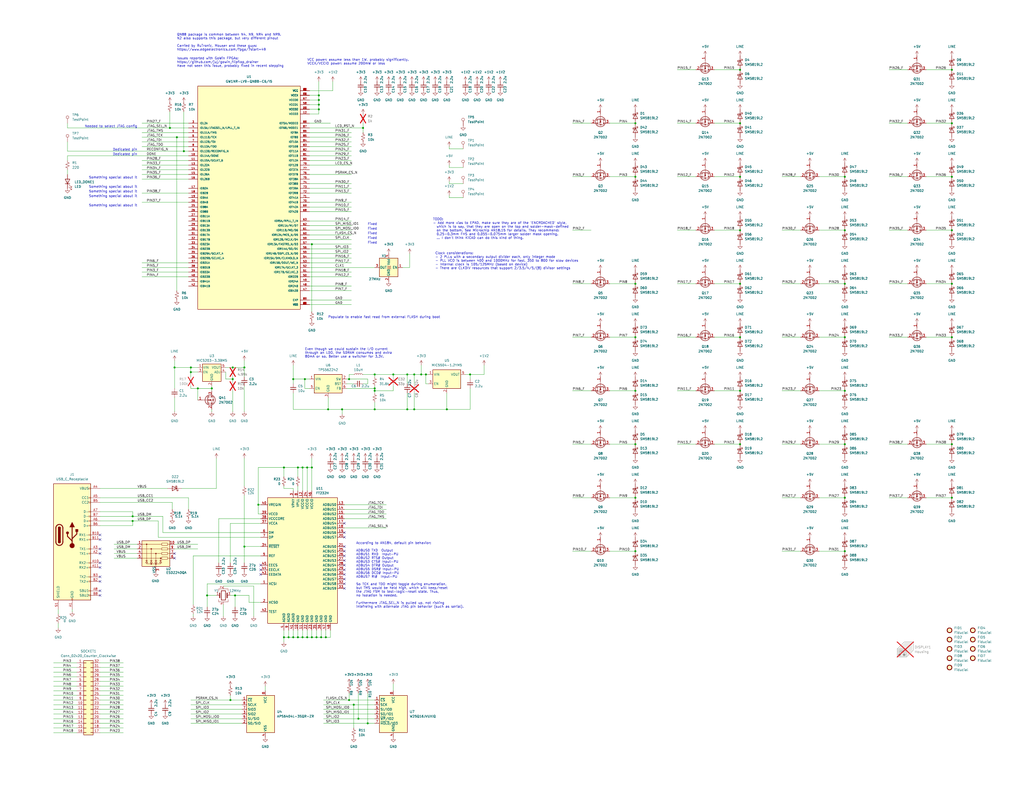
<source format=kicad_sch>
(kicad_sch (version 20231120) (generator "eeschema") (generator_version "8.0")
  (paper "C")
  (title_block (title "UNIC 40") (date "2025-01-13") (rev "2.0") (company "Modular Circuits"))
  (junction (at 226.06 204.47))
  (junction (at 72.39 281.94))
  (junction (at 170.18 347.98))
  (junction (at 173.99 59.69))
  (junction (at 95.25 200.66))
  (junction (at 204.47 223.52))
  (junction (at 346.71 184.15))
  (junction (at 177.8 347.98))
  (junction (at 519.43 271.78))
  (junction (at 519.43 154.94))
  (junction (at 133.35 298.45))
  (junction (at 461.01 184.15))
  (junction (at 160.02 347.98))
  (junction (at 519.43 67.31))
  (junction (at 519.43 242.57))
  (junction (at 346.71 213.36))
  (junction (at 256.54 204.47))
  (junction (at 115.57 212.09))
  (junction (at 170.18 133.35))
  (junction (at 170.18 255.27))
  (junction (at 204.47 213.36))
  (junction (at 107.95 212.09))
  (junction (at 154.94 255.27))
  (junction (at 198.12 69.85))
  (junction (at 204.47 212.09))
  (junction (at 346.71 67.31))
  (junction (at 461.01 271.78))
  (junction (at 346.71 300.99))
  (junction (at 173.99 54.61))
  (junction (at 167.64 255.27))
  (junction (at 403.86 242.57))
  (junction (at 232.41 204.47))
  (junction (at 519.43 96.52))
  (junction (at 104.14 203.2))
  (junction (at 195.58 392.43))
  (junction (at 346.71 271.78))
  (junction (at 128.27 325.12))
  (junction (at 193.04 384.81))
  (junction (at 165.1 347.98))
  (junction (at 172.72 347.98))
  (junction (at 96.52 74.93))
  (junction (at 204.47 204.47))
  (junction (at 461.01 96.52))
  (junction (at 214.63 204.47))
  (junction (at 222.25 204.47))
  (junction (at 160.02 207.01))
  (junction (at 229.87 204.47))
  (junction (at 72.39 284.48))
  (junction (at 403.86 213.36))
  (junction (at 127 200.66))
  (junction (at 200.66 394.97))
  (junction (at 173.99 57.15))
  (junction (at 403.86 184.15))
  (junction (at 403.86 154.94))
  (junction (at 162.56 347.98))
  (junction (at 403.86 38.1))
  (junction (at 92.71 69.85))
  (junction (at 403.86 67.31))
  (junction (at 179.07 223.52))
  (junction (at 125.73 382.27))
  (junction (at 175.26 347.98))
  (junction (at 165.1 255.27))
  (junction (at 222.25 223.52))
  (junction (at 403.86 96.52))
  (junction (at 519.43 184.15))
  (junction (at 162.56 255.27))
  (junction (at 113.03 325.12))
  (junction (at 133.35 200.66))
  (junction (at 140.97 275.59))
  (junction (at 519.43 125.73))
  (junction (at 226.06 223.52))
  (junction (at 243.84 223.52))
  (junction (at 461.01 300.99))
  (junction (at 173.99 52.07))
  (junction (at 127 207.01))
  (junction (at 461.01 213.36))
  (junction (at 190.5 382.27))
  (junction (at 519.43 38.1))
  (junction (at 166.37 207.01))
  (junction (at 104.14 200.66))
  (junction (at 186.69 223.52))
  (junction (at 346.71 96.52))
  (junction (at 403.86 125.73))
  (junction (at 461.01 242.57))
  (junction (at 190.5 207.01))
  (junction (at 346.71 154.94))
  (junction (at 157.48 347.98))
  (junction (at 167.64 347.98))
  (junction (at 346.71 242.57))
  (junction (at 100.33 82.55))
  (junction (at 461.01 125.73))
  (junction (at 154.94 347.98))
  (junction (at 461.01 154.94))
  (no_connect (at 187.96 313.69))
  (no_connect (at 54.61 299.72))
  (no_connect (at 54.61 294.64))
  (no_connect (at 95.25 302.26))
  (no_connect (at 95.25 304.8))
  (no_connect (at 54.61 307.34))
  (no_connect (at 187.96 306.07))
  (no_connect (at 187.96 290.83))
  (no_connect (at 187.96 293.37))
  (no_connect (at 54.61 322.58))
  (no_connect (at 187.96 311.15))
  (no_connect (at 187.96 303.53))
  (no_connect (at 54.61 309.88))
  (no_connect (at 187.96 318.77))
  (no_connect (at 187.96 285.75))
  (no_connect (at 142.24 311.15))
  (no_connect (at 54.61 325.12))
  (no_connect (at 54.61 317.5))
  (no_connect (at 54.61 292.1))
  (no_connect (at 187.96 321.31))
  (no_connect (at 187.96 316.23))
  (no_connect (at 187.96 308.61))
  (no_connect (at 187.96 300.99))
  (no_connect (at 142.24 308.61))
  (no_connect (at 142.24 313.69))
  (no_connect (at 187.96 298.45))
  (no_connect (at 54.61 314.96))
  (no_connect (at 54.61 302.26))
  (wire (pts (xy 168.91 143.51) (xy 191.77 143.51)))
  (wire (pts (xy 77.47 105.41) (xy 102.87 105.41)))
  (wire (pts (xy 29.21 369.57) (xy 41.91 369.57)))
  (wire (pts (xy 54.61 389.89) (xy 67.31 389.89)))
  (wire (pts (xy 170.18 133.35) (xy 191.77 133.35)))
  (wire (pts (xy 154.94 344.17) (xy 154.94 347.98)))
  (wire (pts (xy 72.39 284.48) (xy 72.39 287.02)))
  (wire (pts (xy 485.14 242.57) (xy 495.3 242.57)))
  (wire (pts (xy 193.04 204.47) (xy 190.5 204.47)))
  (wire (pts (xy 86.36 293.37) (xy 142.24 293.37)))
  (wire (pts (xy 36.83 85.09) (xy 102.87 85.09)))
  (wire (pts (xy 179.07 217.17) (xy 179.07 223.52)))
  (wire (pts (xy 204.47 212.09) (xy 204.47 213.36)))
  (wire (pts (xy 77.47 87.63) (xy 102.87 87.63)))
  (wire (pts (xy 332.74 300.99) (xy 346.71 300.99)))
  (wire (pts (xy 166.37 207.01) (xy 168.91 207.01)))
  (wire (pts (xy 168.91 163.83) (xy 191.77 163.83)))
  (wire (pts (xy 92.71 60.96) (xy 92.71 69.85)))
  (wire (pts (xy 389.89 242.57) (xy 403.86 242.57)))
  (wire (pts (xy 204.47 204.47) (xy 204.47 205.74)))
  (wire (pts (xy 104.14 203.2) (xy 104.14 205.74)))
  (wire (pts (xy 243.84 214.63) (xy 243.84 223.52)))
  (wire (pts (xy 198.12 69.85) (xy 198.12 72.39)))
  (wire (pts (xy 127 213.36) (xy 127 224.79)))
  (wire (pts (xy 426.72 154.94) (xy 436.88 154.94)))
  (wire (pts (xy 173.99 44.45) (xy 173.99 52.07)))
  (wire (pts (xy 170.18 347.98) (xy 172.72 347.98)))
  (wire (pts (xy 54.61 397.51) (xy 67.31 397.51)))
  (wire (pts (xy 127 205.74) (xy 127 207.01)))
  (wire (pts (xy 389.89 96.52) (xy 403.86 96.52)))
  (wire (pts (xy 204.47 219.71) (xy 204.47 223.52)))
  (wire (pts (xy 102.87 271.78) (xy 54.61 271.78)))
  (wire (pts (xy 168.91 80.01) (xy 191.77 80.01)))
  (wire (pts (xy 168.91 212.09) (xy 166.37 212.09)))
  (wire (pts (xy 140.97 275.59) (xy 140.97 255.27)))
  (wire (pts (xy 426.72 125.73) (xy 436.88 125.73)))
  (wire (pts (xy 168.91 72.39) (xy 191.77 72.39)))
  (wire (pts (xy 36.83 82.55) (xy 100.33 82.55)))
  (wire (pts (xy 190.5 378.46) (xy 190.5 382.27)))
  (wire (pts (xy 312.42 154.94) (xy 322.58 154.94)))
  (wire (pts (xy 186.69 223.52) (xy 186.69 226.06)))
  (wire (pts (xy 88.9 290.83) (xy 88.9 281.94)))
  (wire (pts (xy 160.02 266.7) (xy 160.02 267.97)))
  (wire (pts (xy 312.42 67.31) (xy 322.58 67.31)))
  (wire (pts (xy 162.56 265.43) (xy 162.56 267.97)))
  (wire (pts (xy 113.03 325.12) (xy 113.03 331.47)))
  (wire (pts (xy 170.18 267.97) (xy 170.18 255.27)))
  (wire (pts (xy 245.11 91.44) (xy 245.11 90.17)))
  (wire (pts (xy 29.21 397.51) (xy 41.91 397.51)))
  (wire (pts (xy 369.57 242.57) (xy 379.73 242.57)))
  (wire (pts (xy 135.89 325.12) (xy 135.89 328.93)))
  (wire (pts (xy 168.91 49.53) (xy 181.61 49.53)))
  (wire (pts (xy 168.91 77.47) (xy 191.77 77.47)))
  (wire (pts (xy 104.14 210.82) (xy 104.14 212.09)))
  (wire (pts (xy 133.35 250.19) (xy 133.35 265.43)))
  (wire (pts (xy 128.27 325.12) (xy 128.27 331.47)))
  (wire (pts (xy 233.68 209.55) (xy 232.41 209.55)))
  (wire (pts (xy 187.96 278.13) (xy 210.82 278.13)))
  (wire (pts (xy 125.73 379.73) (xy 125.73 382.27)))
  (wire (pts (xy 204.47 210.82) (xy 204.47 212.09)))
  (wire (pts (xy 95.25 299.72) (xy 107.95 299.72)))
  (wire (pts (xy 142.24 318.77) (xy 113.03 318.77)))
  (wire (pts (xy 138.43 320.04) (xy 138.43 336.55)))
  (wire (pts (xy 72.39 281.94) (xy 88.9 281.94)))
  (wire (pts (xy 175.26 344.17) (xy 175.26 347.98)))
  (wire (pts (xy 189.23 207.01) (xy 190.5 207.01)))
  (wire (pts (xy 223.52 138.43) (xy 223.52 146.05)))
  (wire (pts (xy 168.91 69.85) (xy 198.12 69.85)))
  (wire (pts (xy 77.47 92.71) (xy 102.87 92.71)))
  (wire (pts (xy 29.21 392.43) (xy 41.91 392.43)))
  (wire (pts (xy 88.9 290.83) (xy 142.24 290.83)))
  (wire (pts (xy 154.94 347.98) (xy 154.94 350.52)))
  (wire (pts (xy 167.64 255.27) (xy 167.64 267.97)))
  (wire (pts (xy 226.06 209.55) (xy 226.06 204.47)))
  (wire (pts (xy 119.38 283.21) (xy 142.24 283.21)))
  (wire (pts (xy 170.18 255.27) (xy 167.64 255.27)))
  (wire (pts (xy 54.61 361.95) (xy 67.31 361.95)))
  (wire (pts (xy 168.91 113.03) (xy 191.77 113.03)))
  (wire (pts (xy 312.42 184.15) (xy 322.58 184.15)))
  (wire (pts (xy 115.57 212.09) (xy 107.95 212.09)))
  (wire (pts (xy 168.91 74.93) (xy 191.77 74.93)))
  (wire (pts (xy 168.91 85.09) (xy 191.77 85.09)))
  (wire (pts (xy 54.61 364.49) (xy 67.31 364.49)))
  (wire (pts (xy 127 200.66) (xy 133.35 200.66)))
  (wire (pts (xy 154.94 347.98) (xy 157.48 347.98)))
  (wire (pts (xy 505.46 154.94) (xy 519.43 154.94)))
  (wire (pts (xy 104.14 382.27) (xy 125.73 382.27)))
  (wire (pts (xy 485.14 184.15) (xy 495.3 184.15)))
  (wire (pts (xy 219.71 146.05) (xy 223.52 146.05)))
  (wire (pts (xy 121.92 330.2) (xy 121.92 336.55)))
  (wire (pts (xy 176.53 392.43) (xy 195.58 392.43)))
  (wire (pts (xy 389.89 213.36) (xy 403.86 213.36)))
  (wire (pts (xy 154.94 260.35) (xy 154.94 255.27)))
  (wire (pts (xy 252.73 107.95) (xy 245.11 107.95)))
  (wire (pts (xy 115.57 223.52) (xy 115.57 224.79)))
  (wire (pts (xy 165.1 344.17) (xy 165.1 347.98)))
  (wire (pts (xy 168.91 133.35) (xy 170.18 133.35)))
  (wire (pts (xy 105.41 330.2) (xy 105.41 303.53)))
  (wire (pts (xy 29.21 377.19) (xy 41.91 377.19)))
  (wire (pts (xy 181.61 44.45) (xy 181.61 49.53)))
  (wire (pts (xy 54.61 377.19) (xy 67.31 377.19)))
  (wire (pts (xy 186.69 223.52) (xy 204.47 223.52)))
  (wire (pts (xy 104.14 212.09) (xy 107.95 212.09)))
  (wire (pts (xy 173.99 52.07) (xy 168.91 52.07)))
  (wire (pts (xy 168.91 148.59) (xy 191.77 148.59)))
  (wire (pts (xy 222.25 223.52) (xy 226.06 223.52)))
  (wire (pts (xy 168.91 140.97) (xy 191.77 140.97)))
  (wire (pts (xy 72.39 279.4) (xy 72.39 281.94)))
  (wire (pts (xy 142.24 275.59) (xy 140.97 275.59)))
  (wire (pts (xy 104.14 384.81) (xy 132.08 384.81)))
  (wire (pts (xy 29.21 384.81) (xy 41.91 384.81)))
  (wire (pts (xy 243.84 223.52) (xy 256.54 223.52)))
  (wire (pts (xy 447.04 242.57) (xy 461.01 242.57)))
  (wire (pts (xy 168.91 151.13) (xy 191.77 151.13)))
  (wire (pts (xy 170.18 250.19) (xy 170.18 255.27)))
  (wire (pts (xy 426.72 213.36) (xy 436.88 213.36)))
  (wire (pts (xy 113.03 325.12) (xy 118.11 325.12)))
  (wire (pts (xy 245.11 81.28) (xy 245.11 80.01)))
  (wire (pts (xy 426.72 242.57) (xy 436.88 242.57)))
  (wire (pts (xy 36.83 92.71) (xy 36.83 95.25)))
  (wire (pts (xy 160.02 344.17) (xy 160.02 347.98)))
  (wire (pts (xy 187.96 275.59) (xy 210.82 275.59)))
  (wire (pts (xy 125.73 285.75) (xy 125.73 307.34)))
  (wire (pts (xy 127 207.01) (xy 127 208.28)))
  (wire (pts (xy 74.93 304.8) (xy 62.23 304.8)))
  (wire (pts (xy 142.24 285.75) (xy 125.73 285.75)))
  (wire (pts (xy 144.78 374.65) (xy 144.78 377.19)))
  (wire (pts (xy 54.61 369.57) (xy 67.31 369.57)))
  (wire (pts (xy 168.91 67.31) (xy 180.34 67.31)))
  (wire (pts (xy 312.42 271.78) (xy 322.58 271.78)))
  (wire (pts (xy 214.63 204.47) (xy 214.63 205.74)))
  (wire (pts (xy 168.91 90.17) (xy 191.77 90.17)))
  (wire (pts (xy 54.61 372.11) (xy 67.31 372.11)))
  (wire (pts (xy 162.56 347.98) (xy 165.1 347.98)))
  (wire (pts (xy 168.91 156.21) (xy 191.77 156.21)))
  (wire (pts (xy 154.94 265.43) (xy 154.94 266.7)))
  (wire (pts (xy 160.02 214.63) (xy 160.02 223.52)))
  (wire (pts (xy 162.56 255.27) (xy 165.1 255.27)))
  (wire (pts (xy 54.61 367.03) (xy 67.31 367.03)))
  (wire (pts (xy 332.74 271.78) (xy 346.71 271.78)))
  (wire (pts (xy 256.54 204.47) (xy 256.54 207.01)))
  (wire (pts (xy 485.14 38.1) (xy 495.3 38.1)))
  (wire (pts (xy 177.8 344.17) (xy 177.8 347.98)))
  (wire (pts (xy 447.04 184.15) (xy 461.01 184.15)))
  (wire (pts (xy 102.87 82.55) (xy 100.33 82.55)))
  (wire (pts (xy 232.41 209.55) (xy 232.41 204.47)))
  (wire (pts (xy 118.11 250.19) (xy 118.11 266.7)))
  (wire (pts (xy 447.04 125.73) (xy 461.01 125.73)))
  (wire (pts (xy 92.71 69.85) (xy 102.87 69.85)))
  (wire (pts (xy 86.36 293.37) (xy 86.36 284.48)))
  (wire (pts (xy 256.54 212.09) (xy 256.54 223.52)))
  (wire (pts (xy 198.12 204.47) (xy 204.47 204.47)))
  (wire (pts (xy 77.47 77.47) (xy 102.87 77.47)))
  (wire (pts (xy 160.02 199.39) (xy 160.02 207.01)))
  (wire (pts (xy 29.21 389.89) (xy 41.91 389.89)))
  (wire (pts (xy 93.98 274.32) (xy 54.61 274.32)))
  (wire (pts (xy 176.53 382.27) (xy 190.5 382.27)))
  (wire (pts (xy 312.42 213.36) (xy 322.58 213.36)))
  (wire (pts (xy 133.35 224.79) (xy 133.35 210.82)))
  (wire (pts (xy 195.58 378.46) (xy 195.58 392.43)))
  (wire (pts (xy 193.04 384.81) (xy 204.47 384.81)))
  (wire (pts (xy 447.04 213.36) (xy 461.01 213.36)))
  (wire (pts (xy 115.57 212.09) (xy 115.57 213.36)))
  (wire (pts (xy 170.18 133.35) (xy 170.18 170.18)))
  (wire (pts (xy 173.99 54.61) (xy 173.99 52.07)))
  (wire (pts (xy 104.14 200.66) (xy 104.14 203.2)))
  (wire (pts (xy 505.46 67.31) (xy 519.43 67.31)))
  (wire (pts (xy 36.83 85.09) (xy 36.83 87.63)))
  (wire (pts (xy 252.73 81.28) (xy 245.11 81.28)))
  (wire (pts (xy 54.61 394.97) (xy 67.31 394.97)))
  (wire (pts (xy 168.91 128.27) (xy 191.77 128.27)))
  (wire (pts (xy 54.61 382.27) (xy 67.31 382.27)))
  (wire (pts (xy 369.57 125.73) (xy 379.73 125.73)))
  (wire (pts (xy 133.35 270.51) (xy 133.35 298.45)))
  (wire (pts (xy 369.57 184.15) (xy 379.73 184.15)))
  (wire (pts (xy 104.14 389.89) (xy 132.08 389.89)))
  (wire (pts (xy 190.5 207.01) (xy 200.66 207.01)))
  (wire (pts (xy 168.91 146.05) (xy 204.47 146.05)))
  (wire (pts (xy 160.02 347.98) (xy 162.56 347.98)))
  (wire (pts (xy 447.04 96.52) (xy 461.01 96.52)))
  (wire (pts (xy 95.25 196.85) (xy 95.25 200.66)))
  (wire (pts (xy 176.53 389.89) (xy 204.47 389.89)))
  (wire (pts (xy 447.04 271.78) (xy 461.01 271.78)))
  (wire (pts (xy 168.91 100.33) (xy 191.77 100.33)))
  (wire (pts (xy 485.14 271.78) (xy 495.3 271.78)))
  (wire (pts (xy 113.03 318.77) (xy 113.03 325.12)))
  (wire (pts (xy 505.46 271.78) (xy 519.43 271.78)))
  (wire (pts (xy 222.25 214.63) (xy 222.25 223.52)))
  (wire (pts (xy 198.12 67.31) (xy 198.12 69.85)))
  (wire (pts (xy 173.99 62.23) (xy 173.99 59.69)))
  (wire (pts (xy 29.21 367.03) (xy 41.91 367.03)))
  (wire (pts (xy 102.87 271.78) (xy 102.87 278.13)))
  (wire (pts (xy 119.38 307.34) (xy 119.38 283.21)))
  (wire (pts (xy 77.47 90.17) (xy 102.87 90.17)))
  (wire (pts (xy 104.14 200.66) (xy 107.95 200.66)))
  (wire (pts (xy 204.47 204.47) (xy 214.63 204.47)))
  (wire (pts (xy 54.61 374.65) (xy 67.31 374.65)))
  (wire (pts (xy 123.19 203.2) (xy 123.19 207.01)))
  (wire (pts (xy 214.63 210.82) (xy 214.63 213.36)))
  (wire (pts (xy 168.91 110.49) (xy 191.77 110.49)))
  (wire (pts (xy 54.61 392.43) (xy 67.31 392.43)))
  (wire (pts (xy 77.47 72.39) (xy 102.87 72.39)))
  (wire (pts (xy 54.61 387.35) (xy 67.31 387.35)))
  (wire (pts (xy 172.72 344.17) (xy 172.72 347.98)))
  (wire (pts (xy 29.21 394.97) (xy 41.91 394.97)))
  (wire (pts (xy 226.06 204.47) (xy 222.25 204.47)))
  (wire (pts (xy 214.63 373.38) (xy 214.63 377.19)))
  (wire (pts (xy 31.75 335.28) (xy 31.75 332.74)))
  (wire (pts (xy 54.61 266.7) (xy 91.44 266.7)))
  (wire (pts (xy 176.53 394.97) (xy 200.66 394.97)))
  (wire (pts (xy 369.57 96.52) (xy 379.73 96.52)))
  (wire (pts (xy 426.72 184.15) (xy 436.88 184.15)))
  (wire (pts (xy 195.58 392.43) (xy 204.47 392.43)))
  (wire (pts (xy 168.91 105.41) (xy 191.77 105.41)))
  (wire (pts (xy 332.74 184.15) (xy 346.71 184.15)))
  (wire (pts (xy 369.57 67.31) (xy 379.73 67.31)))
  (wire (pts (xy 232.41 204.47) (xy 233.68 204.47)))
  (wire (pts (xy 485.14 67.31) (xy 495.3 67.31)))
  (wire (pts (xy 389.89 125.73) (xy 403.86 125.73)))
  (wire (pts (xy 165.1 347.98) (xy 167.64 347.98)))
  (wire (pts (xy 100.33 60.96) (xy 100.33 82.55)))
  (wire (pts (xy 168.91 120.65) (xy 191.77 120.65)))
  (wire (pts (xy 133.35 200.66) (xy 133.35 205.74)))
  (wire (pts (xy 54.61 287.02) (xy 72.39 287.02)))
  (wire (pts (xy 160.02 207.01) (xy 160.02 209.55)))
  (wire (pts (xy 54.61 281.94) (xy 72.39 281.94)))
  (wire (pts (xy 485.14 154.94) (xy 495.3 154.94)))
  (wire (pts (xy 214.63 204.47) (xy 222.25 204.47)))
  (wire (pts (xy 29.21 372.11) (xy 41.91 372.11)))
  (wire (pts (xy 332.74 213.36) (xy 346.71 213.36)))
  (wire (pts (xy 142.24 280.67) (xy 140.97 280.67)))
  (wire (pts (xy 200.66 378.46) (xy 200.66 394.97)))
  (wire (pts (xy 95.25 224.79) (xy 95.25 217.17)))
  (wire (pts (xy 172.72 347.98) (xy 175.26 347.98)))
  (wire (pts (xy 312.42 242.57) (xy 322.58 242.57)))
  (wire (pts (xy 168.91 166.37) (xy 191.77 166.37)))
  (wire (pts (xy 190.5 204.47) (xy 190.5 207.01)))
  (wire (pts (xy 104.14 394.97) (xy 132.08 394.97)))
  (wire (pts (xy 204.47 223.52) (xy 222.25 223.52)))
  (wire (pts (xy 447.04 300.99) (xy 461.01 300.99)))
  (wire (pts (xy 77.47 110.49) (xy 102.87 110.49)))
  (wire (pts (xy 187.96 288.29) (xy 210.82 288.29)))
  (wire (pts (xy 62.23 299.72) (xy 74.93 299.72)))
  (wire (pts (xy 157.48 347.98) (xy 160.02 347.98)))
  (wire (pts (xy 187.96 280.67) (xy 210.82 280.67)))
  (wire (pts (xy 229.87 199.39) (xy 229.87 204.47)))
  (wire (pts (xy 168.91 130.81) (xy 191.77 130.81)))
  (wire (pts (xy 77.47 143.51) (xy 102.87 143.51)))
  (wire (pts (xy 133.35 307.34) (xy 133.35 298.45)))
  (wire (pts (xy 107.95 212.09) (xy 107.95 218.44)))
  (wire (pts (xy 176.53 384.81) (xy 193.04 384.81)))
  (wire (pts (xy 485.14 96.52) (xy 495.3 96.52)))
  (wire (pts (xy 29.21 374.65) (xy 41.91 374.65)))
  (wire (pts (xy 264.16 204.47) (xy 264.16 199.39)))
  (wire (pts (xy 77.47 151.13) (xy 102.87 151.13)))
  (wire (pts (xy 95.25 212.09) (xy 95.25 200.66)))
  (wire (pts (xy 77.47 95.25) (xy 102.87 95.25)))
  (wire (pts (xy 254 204.47) (xy 256.54 204.47)))
  (wire (pts (xy 369.57 38.1) (xy 379.73 38.1)))
  (wire (pts (xy 29.21 400.05) (xy 41.91 400.05)))
  (wire (pts (xy 168.91 95.25) (xy 191.77 95.25)))
  (wire (pts (xy 312.42 125.73) (xy 322.58 125.73)))
  (wire (pts (xy 104.14 387.35) (xy 132.08 387.35)))
  (wire (pts (xy 107.95 203.2) (xy 104.14 203.2)))
  (wire (pts (xy 125.73 325.12) (xy 128.27 325.12)))
  (wire (pts (xy 168.91 54.61) (xy 173.99 54.61)))
  (wire (pts (xy 104.14 392.43) (xy 132.08 392.43)))
  (wire (pts (xy 389.89 184.15) (xy 403.86 184.15)))
  (wire (pts (xy 505.46 125.73) (xy 519.43 125.73)))
  (wire (pts (xy 447.04 154.94) (xy 461.01 154.94)))
  (wire (pts (xy 229.87 204.47) (xy 232.41 204.47)))
  (wire (pts (xy 389.89 67.31) (xy 403.86 67.31)))
  (wire (pts (xy 505.46 96.52) (xy 519.43 96.52)))
  (wire (pts (xy 173.99 57.15) (xy 173.99 54.61)))
  (wire (pts (xy 252.73 100.33) (xy 245.11 100.33)))
  (wire (pts (xy 168.91 158.75) (xy 191.77 158.75)))
  (wire (pts (xy 193.04 397.51) (xy 193.04 384.81)))
  (wire (pts (xy 54.61 384.81) (xy 67.31 384.81)))
  (wire (pts (xy 177.8 347.98) (xy 180.34 347.98)))
  (wire (pts (xy 312.42 300.99) (xy 322.58 300.99)))
  (wire (pts (xy 168.91 102.87) (xy 191.77 102.87)))
  (wire (pts (xy 36.83 69.85) (xy 92.71 69.85)))
  (wire (pts (xy 123.19 200.66) (xy 127 200.66)))
  (wire (pts (xy 332.74 96.52) (xy 346.71 96.52)))
  (wire (pts (xy 190.5 382.27) (xy 204.47 382.27)))
  (wire (pts (xy 125.73 382.27) (xy 132.08 382.27)))
  (wire (pts (xy 72.39 284.48) (xy 86.36 284.48)))
  (wire (pts (xy 168.91 57.15) (xy 173.99 57.15)))
  (wire (pts (xy 332.74 242.57) (xy 346.71 242.57)))
  (wire (pts (xy 175.26 347.98) (xy 177.8 347.98)))
  (wire (pts (xy 162.56 344.17) (xy 162.56 347.98)))
  (wire (pts (xy 165.1 255.27) (xy 165.1 267.97)))
  (wire (pts (xy 54.61 279.4) (xy 72.39 279.4)))
  (wire (pts (xy 505.46 242.57) (xy 519.43 242.57)))
  (wire (pts (xy 179.07 223.52) (xy 186.69 223.52)))
  (wire (pts (xy 168.91 138.43) (xy 191.77 138.43)))
  (wire (pts (xy 200.66 394.97) (xy 204.47 394.97)))
  (wire (pts (xy 95.25 200.66) (xy 104.14 200.66)))
  (wire (pts (xy 426.72 96.52) (xy 436.88 96.52)))
  (wire (pts (xy 166.37 207.01) (xy 160.02 207.01)))
  (wire (pts (xy 29.21 382.27) (xy 41.91 382.27)))
  (wire (pts (xy 160.02 223.52) (xy 179.07 223.52)))
  (wire (pts (xy 252.73 91.44) (xy 245.11 91.44)))
  (wire (pts (xy 168.91 135.89) (xy 191.77 135.89)))
  (wire (pts (xy 162.56 255.27) (xy 154.94 255.27)))
  (wire (pts (xy 62.23 297.18) (xy 74.93 297.18)))
  (wire (pts (xy 140.97 280.67) (xy 140.97 275.59)))
  (wire (pts (xy 115.57 210.82) (xy 115.57 212.09)))
  (wire (pts (xy 170.18 344.17) (xy 170.18 347.98)))
  (wire (pts (xy 426.72 300.99) (xy 436.88 300.99)))
  (wire (pts (xy 485.14 125.73) (xy 495.3 125.73)))
  (wire (pts (xy 168.91 115.57) (xy 191.77 115.57)))
  (wire (pts (xy 389.89 38.1) (xy 403.86 38.1)))
  (wire (pts (xy 77.47 67.31) (xy 102.87 67.31)))
  (wire (pts (xy 93.98 274.32) (xy 93.98 278.13)))
  (wire (pts (xy 140.97 255.27) (xy 154.94 255.27)))
  (wire (pts (xy 36.83 77.47) (xy 36.83 82.55)))
  (wire (pts (xy 105.41 303.53) (xy 142.24 303.53)))
  (wire (pts (xy 426.72 271.78) (xy 436.88 271.78)))
  (wire (pts (xy 198.12 209.55) (xy 200.66 209.55)))
  (wire (pts (xy 77.47 74.93) (xy 96.52 74.93)))
  (wire (pts (xy 389.89 154.94) (xy 403.86 154.94)))
  (wire (pts (xy 31.75 342.9) (xy 31.75 340.36)))
  (wire (pts (xy 168.91 87.63) (xy 191.77 87.63)))
  (wire (pts (xy 102.87 74.93) (xy 96.52 74.93)))
  (wire (pts (xy 369.57 154.94) (xy 379.73 154.94)))
  (wire (pts (xy 168.91 125.73) (xy 191.77 125.73)))
  (wire (pts (xy 96.52 74.93) (xy 96.52 158.75)))
  (wire (pts (xy 222.25 204.47) (xy 222.25 209.55)))
  (wire (pts (xy 180.34 347.98) (xy 180.34 344.17)))
  (wire (pts (xy 187.96 283.21) (xy 210.82 283.21)))
  (wire (pts (xy 168.91 82.55) (xy 191.77 82.55)))
  (wire (pts (xy 54.61 379.73) (xy 67.31 379.73)))
  (wire (pts (xy 166.37 212.09) (xy 166.37 207.01)))
  (wire (pts (xy 29.21 361.95) (xy 41.91 361.95)))
  (wire (pts (xy 128.27 325.12) (xy 135.89 325.12)))
  (wire (pts (xy 54.61 284.48) (xy 72.39 284.48)))
  (wire (pts (xy 99.06 266.7) (xy 118.11 266.7)))
  (wire (pts (xy 167.64 344.17) (xy 167.64 347.98)))
  (wire (pts (xy 189.23 212.09) (xy 204.47 212.09)))
  (wire (pts (xy 74.93 302.26) (xy 62.23 302.26)))
  (wire (pts (xy 226.06 214.63) (xy 226.06 223.52)))
  (wire (pts (xy 214.63 213.36) (xy 204.47 213.36)))
  (wire (pts (xy 505.46 184.15) (xy 519.43 184.15)))
  (wire (pts (xy 332.74 67.31) (xy 346.71 67.31)))
  (wire (pts (xy 77.47 146.05) (xy 102.87 146.05)))
  (wire (pts (xy 105.41 335.28) (xy 105.41 336.55)))
  (wire (pts (xy 189.23 209.55) (xy 193.04 209.55)))
  (wire (pts (xy 167.64 255.27) (xy 165.1 255.27)))
  (wire (pts (xy 29.21 387.35) (xy 41.91 387.35)))
  (wire (pts (xy 29.21 379.73) (xy 41.91 379.73)))
  (wire (pts (xy 256.54 204.47) (xy 264.16 204.47)))
  (wire (pts (xy 173.99 59.69) (xy 173.99 57.15)))
  (wire (pts (xy 245.11 100.33) (xy 245.11 99.06)))
  (wire (pts (xy 54.61 400.05) (xy 67.31 400.05)))
  (wire (pts (xy 95.25 297.18) (xy 107.95 297.18)))
  (wire (pts (xy 123.19 207.01) (xy 127 207.01)))
  (wire (pts (xy 77.47 97.79) (xy 102.87 97.79)))
  (wire (pts (xy 369.57 213.36) (xy 379.73 213.36)))
  (wire (pts (xy 312.42 96.52) (xy 322.58 96.52)))
  (wire (pts (xy 226.06 223.52) (xy 243.84 223.52)))
  (wire (pts (xy 245.11 107.95) (xy 245.11 106.68)))
  (wire (pts (xy 168.91 59.69) (xy 173.99 59.69)))
  (wire (pts (xy 176.53 387.35) (xy 204.47 387.35)))
  (wire (pts (xy 167.64 347.98) (xy 170.18 347.98)))
  (wire (pts (xy 204.47 213.36) (xy 204.47 214.63)))
  (wire (pts (xy 505.46 38.1) (xy 519.43 38.1)))
  (wire (pts (xy 29.21 364.49) (xy 41.91 364.49)))
  (wire (pts (xy 135.89 328.93) (xy 142.24 328.93)))
  (wire (pts (xy 154.94 266.7) (xy 160.02 266.7)))
  (wire (pts (xy 36.83 67.31) (xy 36.83 69.85)))
  (wire (pts (xy 39.37 334.01) (xy 39.37 332.74)))
  (wire (pts (xy 133.35 200.66) (xy 133.35 196.85)))
  (wire (pts (xy 168.91 62.23) (xy 173.99 62.23)))
  (wire (pts (xy 200.66 209.55) (xy 200.66 207.01)))
  (wire (pts (xy 133.35 298.45) (xy 142.24 298.45)))
  (wire (pts (xy 121.92 320.04) (xy 138.43 320.04)))
  (wire (pts (xy 77.47 80.01) (xy 102.87 80.01)))
  (wire (pts (xy 168.91 123.19) (xy 191.77 123.19)))
  (wire (pts (xy 162.56 255.27) (xy 162.56 260.35)))
  (wire (pts (xy 226.06 204.47) (xy 229.87 204.47)))
  (wire (pts (xy 157.48 344.17) (xy 157.48 347.98)))
  (wire (pts (xy 77.47 148.59) (xy 102.87 148.59)))
  (wire (pts (xy 332.74 154.94) (xy 346.71 154.94)))
  (text "Issues reported with GoWin FPGAs:\nhttps://github.com/juj/gowin_flipflop_drainer\nHave not seen this issue, probably fixed in recent stepping" (at 96.52 36.83 0) (effects (font (size 1.27 1.27)) (justify left bottom)))
  (text "Populate to enable fast read from external FLASH during boot" (at 179.07 173.99 0) (effects (font (size 1.27 1.27)) (justify left bottom)))
  (text "Fixed" (at 200.66 133.35 0) (effects (font (size 1.27 1.27)) (justify left bottom)))
  (text "Something special about it" (at 74.93 107.95 0) (effects (font (size 1.27 1.27)) (justify right bottom)))
  (text "TODO:\n- Add more vias to EPAD, make sure they are of the 'ENCROACHED' style,\n  which is to say, that they are open on the top and solder-mask-defined\n  on the bottom. See Microchip AN18.15 for details. They recommend:\n  0.25-0.3mm FHS and 0.055-0.075mm larger solder mask opening.\n  ... I don't think KiCAD can do this kind of thing." (at 236.22 130.81 0) (effects (font (size 1.27 1.27)) (justify left bottom)))
  (text "Something special about it" (at 74.93 113.03 0) (effects (font (size 1.27 1.27)) (justify right bottom)))
  (text "VCC power: assume less than 1W, probably significantly.\nVCCX/VCCIO power: assume 200mW or less" (at 167.64 35.56 0) (effects (font (size 1.27 1.27)) (justify left bottom)))
  (text "Fixed" (at 200.66 128.27 0) (effects (font (size 1.27 1.27)) (justify left bottom)))
  (text "Clock considerations:\n- 2 PLLs with a secondary output divider each, only integer mode\n- PLL VCO is between 400 and 1000MHz for fast, 350 to 800 for slow devices\n- Internal clock is 105/125MHz (based on device)\n- There are CLKDIV resources that support 2/3.5/4/5/(8) divisor settings" (at 237.49 147.32 0) (effects (font (size 1.27 1.27)) (justify left bottom)))
  (text "Even though we could sustain the I/O current\nthrough an LDO, the SDRAM consumes and extra\n80mA or so. Better use a switcher for 3.3V." (at 166.37 195.58 0) (effects (font (size 1.27 1.27)) (justify left bottom)))
  (text "Dedicated pin" (at 74.93 85.09 0) (effects (font (size 1.27 1.27)) (justify right bottom)))
  (text "Fixed" (at 200.66 130.81 0) (effects (font (size 1.27 1.27)) (justify left bottom)))
  (text "Something special about it" (at 74.93 102.87 0) (effects (font (size 1.27 1.27)) (justify right bottom)))
  (text "Needed to select JTAG config" (at 74.93 69.85 0) (effects (font (size 1.27 1.27)) (justify right bottom)))
  (text "Something special about it" (at 74.93 97.79 0) (effects (font (size 1.27 1.27)) (justify right bottom)))
  (text "QN88 package is common between N4, N9, NR4 and NR9.\nN2 also supports this package, but very different pinout\n\nCarried by RuTronic, Mouser and these guys:\nhttps://www.edgeelectronics.com/fpga/?start=49\n" (at 96.52 27.94 0) (effects (font (size 1.27 1.27)) (justify left bottom)))
  (text "Fixed" (at 200.66 123.19 0) (effects (font (size 1.27 1.27)) (justify left bottom)))
  (text "Fixed" (at 200.66 125.73 0) (effects (font (size 1.27 1.27)) (justify left bottom)))
  (text "According to AN184, default pin behavior:\n\nADBUS0 TXD  Output\nADBUS1 RXD  Input-PU\nADBUS2 RTS# Output\nADBUS3 CTS# Input-PU\nADBUS4 DTR# Output\nADBUS5 DSR# Input-PU\nADBUS6 DCD# Input-PU\nADBUS7 RI#  Input-PU\n\nSo TCK and TDO might toggle during enumeration,\nbut TMS would be held high, which will keep/reset\nthe JTAG FSM to test-logic-reset state. Thus, \nno isolation is needed.\n\nFurthermore JTAG_SEL_N is pulled up, not risking\nintefreing with alternate JTAG pin behavior (such as serial).\n" (at 194.31 295.91 0) (effects (font (size 1.27 1.27)) (justify left top)))
  (text "Dedicated pin" (at 74.93 82.55 0) (effects (font (size 1.27 1.27)) (justify right bottom)))
  (text "Something special about it" (at 74.93 105.41 0) (effects (font (size 1.27 1.27)) (justify right bottom)))
  (label "PIN7" (at 34.29 372.11 0))
  (label "PIN23_F" (at 182.88 87.63 0))
  (label "SPI_IO2" (at 106.68 389.89 0))
  (label "VBUS" (at 63.5 304.8 0))
  (label "RECONFIG_N" (at 80.01 82.55 0))
  (label "PIN9" (at 34.29 377.19 0))
  (label "PIN12_F" (at 369.57 96.52 0))
  (label "PIN26_F" (at 182.88 74.93 0))
  (label "PIN37_F" (at 80.01 110.49 0))
  (label "SPI_IO3" (at 177.8 394.97 0))
  (label "PIN24_F" (at 426.72 184.15 0))
  (label "PIN13" (at 34.29 387.35 0))
  (label "PIN6" (at 34.29 369.57 0))
  (label "PIN16_F" (at 182.88 140.97 0))
  (label "USB_CC2" (at 74.93 274.32 0))
  (label "PIN13_F" (at 182.88 105.41 0))
  (label "JTAG_TMS" (at 200.66 283.21 0))
  (label "FLASH_CS_N" (at 177.8 382.27 0))
  (label "GND" (at 171.45 67.31 0))
  (label "PIN14_F" (at 182.88 120.65 0))
  (label "SPI_CLK" (at 182.88 130.81 0))
  (label "JTAG_SEL_N" (at 200.66 288.29 0))
  (label "PIN18" (at 394.97 125.73 0))
  (label "PIN11_F" (at 182.88 102.87 0))
  (label "PIN28_F" (at 426.72 96.52 0))
  (label "PIN35" (at 510.54 125.73 0))
  (label "PSRAM_CS_N" (at 106.68 382.27 0))
  (label "SPI_MOSI_IO0" (at 177.8 387.35 0))
  (label "PIN9" (at 337.82 271.78 0))
  (label "PIN29_F" (at 426.72 242.57 0))
  (label "PIN11" (at 34.29 382.27 0))
  (label "PIN5" (at 337.82 242.57 0))
  (label "PIN4" (at 337.82 67.31 0))
  (label "PIN35_F" (at 485.14 125.73 0))
  (label "PIN10_F" (at 182.88 113.03 0))
  (label "PIN12_F" (at 182.88 151.13 0))
  (label "PIN31_F" (at 182.88 72.39 0))
  (label "PIN32_F" (at 182.88 77.47 0))
  (label "PIN9_F" (at 312.42 271.78 0))
  (label "USB_DP" (at 96.52 297.18 0))
  (label "PIN25_F" (at 426.72 154.94 0))
  (label "PIN34" (at 510.54 154.94 0))
  (label "PSRAM_CS_N" (at 182.88 95.25 0))
  (label "PIN27" (at 59.69 389.89 0))
  (label "PIN26" (at 510.54 38.1 0))
  (label "PIN7_F" (at 182.88 158.75 0))
  (label "PIN31" (at 59.69 379.73 0))
  (label "PIN12" (at 394.97 96.52 0))
  (label "PIN8" (at 337.82 154.94 0))
  (label "PIN36" (at 59.69 367.03 0))
  (label "JTAG_TCK" (at 200.66 275.59 0))
  (label "PIN38" (at 510.54 242.57 0))
  (label "GND" (at 182.88 166.37 0))
  (label "PIN24_F" (at 182.88 82.55 0))
  (label "PIN4" (at 34.29 364.49 0))
  (label "LCD_CS_N" (at 182.88 90.17 0))
  (label "PIN33" (at 59.69 374.65 0))
  (label "PIN18_F" (at 182.88 148.59 0))
  (label "PIN30_F" (at 182.88 100.33 0))
  (label "PIN6_F" (at 80.01 143.51 0))
  (label "JTAG_TCK" (at 80.01 74.93 0))
  (label "PIN37_F" (at 485.14 271.78 0))
  (label "PIN5" (at 34.29 367.03 0))
  (label "PIN18" (at 34.29 400.05 0))
  (label "PIN34_F" (at 485.14 154.94 0))
  (label "PIN29_F" (at 182.88 85.09 0))
  (label "PIN3_F" (at 312.42 96.52 0))
  (label "PIN16" (at 394.97 184.15 0))
  (label "PIN30_F" (at 426.72 125.73 0))
  (label "PIN33" (at 510.54 184.15 0))
  (label "PIN14" (at 394.97 67.31 0))
  (label "PIN33_F" (at 80.01 90.17 0))
  (label "PIN16" (at 34.29 394.97 0))
  (label "PIN3" (at 34.29 361.95 0))
  (label "PIN27_F" (at 80.01 67.31 0))
  (label "PIN34_F" (at 80.01 92.71 0))
  (label "PIN8" (at 34.29 374.65 0))
  (label "PIN37" (at 59.69 364.49 0))
  (label "SPI_MISO_IO1" (at 106.68 394.97 0))
  (label "PIN24" (at 59.69 397.51 0))
  (label "PIN16_F" (at 369.57 184.15 0))
  (label "PIN32" (at 59.69 377.19 0))
  (label "SPI_MISO_IO1" (at 177.8 389.89 0))
  (label "PIN7_F" (at 312.42 184.15 0))
  (label "LCD_RST_N" (at 182.88 69.85 0))
  (label "PIN11_F" (at 369.57 213.36 0))
  (label "PIN4_F" (at 312.42 67.31 0))
  (label "SPI_MISO_IO1" (at 182.88 123.19 0))
  (label "PIN29" (at 59.69 384.81 0))
  (label "PIN38_F" (at 80.01 105.41 0))
  (label "SPI_MOSI_IO0" (at 106.68 392.43 0))
  (label "PIN31" (at 452.12 300.99 0))
  (label "PIN25" (at 452.12 154.94 0))
  (label "PIN5_F" (at 80.01 146.05 0))
  (label "PIN27" (at 452.12 271.78 0))
  (label "PIN36" (at 510.54 96.52 0))
  (label "PIN17" (at 34.29 397.51 0))
  (label "PIN36_F" (at 485.14 96.52 0))
  (label "PIN35_F" (at 80.01 95.25 0))
  (label "PIN15" (at 34.29 392.43 0))
  (label "PIN10" (at 34.29 379.73 0))
  (label "PIN23" (at 59.69 400.05 0))
  (label "SPI_CLK" (at 106.68 384.81 0))
  (label "SPI_IO2" (at 182.88 138.43 0))
  (label "USB_DM" (at 74.93 281.94 0))
  (label "USB_DM" (at 63.5 299.72 0))
  (label "JTAG_TDO" (at 80.01 80.01 0))
  (label "DONE" (at 80.01 85.09 0))
  (label "PIN15" (at 394.97 38.1 0))
  (label "SPI_MOSI_IO0" (at 182.88 125.73 0))
  (label "PIN29" (at 452.12 242.57 0))
  (label "JTAG_TDO" (at 200.66 280.67 0))
  (label "PIN28" (at 452.12 125.73 0))
  (label "JTAG_TDI" (at 80.01 77.47 0))
  (label "PIN25" (at 59.69 394.97 0))
  (label "JTAG_SEL_N" (at 80.01 69.85 0))
  (label "USB_CC1" (at 74.93 271.78 0))
  (label "SPI_IO3" (at 106.68 387.35 0))
  (label "PIN3" (at 337.82 96.52 0))
  (label "PIN14_F" (at 369.57 67.31 0))
  (label "PIN25_F" (at 182.88 80.01 0))
  (label "PIN9_F" (at 182.88 110.49 0))
  (label "PIN11" (at 394.97 213.36 0))
  (label "FLASH_CS_N" (at 182.88 128.27 0))
  (label "USB_DM" (at 96.52 299.72 0))
  (label "PIN8_F" (at 312.42 154.94 0))
  (label "PIN3_F" (at 80.01 148.59 0))
  (label "PIN18_F" (at 369.57 125.73 0))
  (label "PIN6_F" (at 312.42 213.36 0))
  (label "JTAG_TMS" (at 80.01 72.39 0))
  (label "VBUS" (at 74.93 266.7 0))
  (label "PIN32" (at 510.54 67.31 0))
  (label "PIN8_F" (at 182.88 156.21 0))
  (label "PIN4_F" (at 80.01 151.13 0))
  (label "USB_DP" (at 63.5 297.18 0))
  (label "PIN36_F" (at 80.01 97.79 0))
  (label "PIN33_F" (at 485.14 184.15 0))
  (label "PIN37" (at 510.54 271.78 0))
  (label "SPI_CLK" (at 177.8 384.81 0))
  (label "PIN17_F" (at 369.57 154.94 0))
  (label "JTAG_TDI" (at 200.66 278.13 0))
  (label "PIN13" (at 394.97 242.57 0))
  (label "SPI_IO2" (at 177.8 392.43 0))
  (label "PIN30" (at 59.69 382.27 0))
  (label "PIN14" (at 34.29 389.89 0))
  (label "GND" (at 182.88 163.83 0))
  (label "PIN15_F" (at 182.88 115.57 0))
  (label "PIN13_F" (at 369.57 242.57 0))
  (label "PIN38" (at 59.69 361.95 0))
  (label "PIN12" (at 34.29 384.81 0))
  (label "PIN10_F" (at 312.42 300.99 0))
  (label "PIN31_F" (at 426.72 300.99 0))
  (label "PIN23_F" (at 426.72 213.36 0))
  (label "PIN7" (at 337.82 184.15 0))
  (label "PIN32_F" (at 485.14 67.31 0))
  (label "PIN26" (at 59.69 392.43 0))
  (label "PIN30" (at 452.12 96.52 0))
  (label "PIN26_F" (at 485.14 38.1 0))
  (label "VBUS" (at 63.5 302.26 0))
  (label "PIN23" (at 453.39 213.36 0))
  (label "SPI_IO3" (at 182.88 135.89 0))
  (label "PIN28_F" (at 80.01 87.63 0))
  (label "PIN28" (at 59.69 387.35 0))
  (label "PIN5_F" (at 312.42 242.57 0))
  (label "PIN24" (at 452.12 184.15 0))
  (label "PIN10" (at 337.82 300.99 0))
  (label "PIN15_F" (at 369.57 38.1 0))
  (label "PIN17_F" (at 182.88 143.51 0))
  (label "PIN27_F" (at 426.72 271.78 0))
  (label "PIN17" (at 394.97 154.94 0))
  (label "USB_DP" (at 74.93 284.48 0))
  (label "PIN35" (at 59.69 369.57 0))
  (label "PIN34" (at 59.69 372.11 0))
  (label "PIN6" (at 337.82 213.36 0))
  (label "PIN38_F" (at 485.14 242.57 0))
  (label "CLK1" (at 182.88 146.05 0))
  (label "PIN2_F" (at 312.42 125.73 0))
  (symbol (lib_id "power:LINE") (at 346.71 59.69 0) (unit 1)
    (property "Reference" "#PWR0101" (effects (hide yes)))
    (property "Value" "LINE" (at 346.71 54.61 0))
  )
  (symbol (lib_id "power:GND") (at 205.74 49.53 0) (unit 1)
    (property "Reference" "#PWR0279" (effects (hide yes)))
    (property "Value" "GND" (at 205.74 54.61 0))
  )
  (symbol (lib_id "power:GND") (at 346.71 74.93 0) (unit 1)
    (property "Reference" "#PWR0102" (effects (hide yes)))
    (property "Value" "GND" (at 346.71 80.01 0))
  )
  (symbol (lib_id "power:+3.3V") (at 205.74 44.45 0) (unit 1)
    (property "Reference" "#PWR0272" (effects (hide yes)))
    (property "Value" "+3V3" (at 205.74 39.37 0))
  )
  (symbol (lib_id "power:+3.3V") (at 205.74 250.19 0) (unit 1)
    (property "Reference" "#PWR045" (effects (hide yes)))
    (property "Value" "+3V3" (at 205.74 245.11 0))
  )
  (symbol (lib_id "power:GND") (at 403.86 250.19 0) (unit 1)
    (property "Reference" "#PWR0120" (effects (hide yes)))
    (property "Value" "GND" (at 403.86 255.27 0))
  )
  (symbol (lib_id "Device:C_Small") (at 95.25 214.63 0) (unit 1)
    (property "Reference" "C1" (at 97.79 213.3662 0) (effects (justify left)))
    (property "Value" "2.2u" (at 97.79 215.9062 0) (effects (justify left)))
    (property "Footprint" "Capacitor_SMD:C_0402_1005Metric_Pad0.74x0.62mm_HandSolder" (effects (hide yes)))
    (property "mpn" "CC0402MRX5R6BB225" (effects (hide yes)))
    (property "manufacturer" "YAGEO" (effects (hide yes)))
  )
  (symbol (lib_id "power:GND") (at 93.98 283.21 0) (unit 1)
    (property "Reference" "#PWR025" (effects (hide yes)))
    (property "Value" "GND" (at 93.98 288.29 0))
  )
  (symbol (lib_id "power:GND") (at 519.43 191.77 0) (unit 1)
    (property "Reference" "#PWR0161" (effects (hide yes)))
    (property "Value" "GND" (at 519.43 196.85 0))
  )
  (symbol (lib_id "power:+3.3V") (at 195.58 373.38 0) (unit 1)
    (property "Reference" "#PWR015" (effects (hide yes)))
    (property "Value" "+3V3" (at 195.58 368.3 0))
  )
  (symbol (lib_id "Transistor_FET:2N7002") (at 384.81 123.19 270) (unit 1)
    (property "Reference" "Q16" (at 384.81 130.81 90))
    (property "Value" "2N7002" (at 384.81 133.35 90))
    (property "Footprint" "UNIC:SOT-883" (effects (hide yes)))
    (property "Datasheet" "https://www.mccsemi.com/pdf/Products/2N7002KL3A(DFN1006-3).pdf" (effects (hide yes)))
    (property "mpn" "2N7002KL3A-TP" (effects (hide yes)))
    (property "manufacturer" "Micro Commercial Co" (effects (hide yes)))
  )
  (symbol (lib_id "Device:C_Small") (at 231.14 46.99 0) (unit 1)
    (property "Reference" "C17" (at 233.68 50.8 90) (effects (justify left)))
    (property "Value" "2.2u" (at 233.68 45.72 90) (effects (justify left)))
    (property "Footprint" "Capacitor_SMD:C_0201_0603Metric" (effects (hide yes)))
    (property "mpn" "CC0402MRX5R6BB225" (effects (hide yes)))
    (property "manufacturer" "YAGEO" (effects (hide yes)))
  )
  (symbol (lib_id "Mechanical:Fiducial") (at 530.86 354.33 0) (unit 1) (exclude_from_sim yes) (in_bom no)
    (property "Reference" "FID6" (at 533.4 353.0599 0) (effects (justify left)))
    (property "Value" "Fiducial" (at 533.4 355.5999 0) (effects (justify left)))
    (property "Footprint" "UNIC:Fiducial_0.5mm_Mask1mm" (effects (hide yes)))
    (property "Description" "Fiducial Marker" (effects (hide yes)))
  )
  (symbol (lib_id "Device:D_Schottky") (at 346.71 71.12 270) (unit 1)
    (property "Reference" "D42" (at 349.25 69.5324 90) (effects (justify left)))
    (property "Value" "SM5819L2" (at 349.25 72.0724 90) (effects (justify left)))
    (property "Footprint" "UNIC:D_SOD-882" (effects (hide yes)))
    (property "Datasheet" "https://www.mccsemi.com/pdf/Products/SM5819L2(DFN1006-2).pdf" (effects (hide yes)))
    (property "Description" "Schottky diode" (effects (hide yes)))
  )
  (symbol (lib_id "Device:R_Small_US") (at 96.52 161.29 0) (unit 1)
    (property "Reference" "R6" (at 99.06 160.0199 0) (effects (justify left)))
    (property "Value" "10k" (at 99.06 162.5599 0) (effects (justify left)))
    (property "Footprint" "Resistor_SMD:R_0201_0603Metric" (effects (hide yes)))
    (property "mpn" "CR0402-FX-1002GLF" (effects (hide yes)))
    (property "manufacturer" "Bourns Inc." (effects (hide yes)))
  )
  (symbol (lib_id "Transistor_FET:2N7002") (at 327.66 240.03 270) (unit 1)
    (property "Reference" "Q8" (at 327.66 247.65 90))
    (property "Value" "2N7002" (at 327.66 250.19 90))
    (property "Footprint" "UNIC:SOT-883" (effects (hide yes)))
    (property "Datasheet" "https://www.mccsemi.com/pdf/Products/2N7002KL3A(DFN1006-3).pdf" (effects (hide yes)))
    (property "mpn" "2N7002KL3A-TP" (effects (hide yes)))
    (property "manufacturer" "Micro Commercial Co" (effects (hide yes)))
  )
  (symbol (lib_id "Device:C_Small") (at 205.74 252.73 0) (unit 1)
    (property "Reference" "C31" (at 208.28 256.54 90) (effects (justify left)))
    (property "Value" "2.2u" (at 208.28 251.46 90) (effects (justify left)))
    (property "Footprint" "Capacitor_SMD:C_0201_0603Metric" (effects (hide yes)))
    (property "mpn" "CC0402MRX5R6BB225" (effects (hide yes)))
    (property "manufacturer" "YAGEO" (effects (hide yes)))
  )
  (symbol (lib_id "power:LINE") (at 403.86 147.32 0) (unit 1)
    (property "Reference" "#PWR0171" (effects (hide yes)))
    (property "Value" "LINE" (at 403.86 142.24 0))
  )
  (symbol (lib_id "power:GND") (at 461.01 250.19 0) (unit 1)
    (property "Reference" "#PWR0135" (effects (hide yes)))
    (property "Value" "GND" (at 461.01 255.27 0))
  )
  (symbol (lib_id "Device:D_Schottky") (at 519.43 246.38 270) (unit 1)
    (property "Reference" "D80" (at 521.97 244.7924 90) (effects (justify left)))
    (property "Value" "SM5819L2" (at 521.97 247.3324 90) (effects (justify left)))
    (property "Footprint" "UNIC:D_SOD-882" (effects (hide yes)))
    (property "Datasheet" "https://www.mccsemi.com/pdf/Products/SM5819L2(DFN1006-2).pdf" (effects (hide yes)))
    (property "Description" "Schottky diode" (effects (hide yes)))
  )
  (symbol (lib_id "Mechanical:Fiducial") (at 518.16 349.25 0) (unit 1) (exclude_from_sim yes) (in_bom no)
    (property "Reference" "FID2" (at 520.7 347.9799 0) (effects (justify left)))
    (property "Value" "Fiducial" (at 520.7 350.5199 0) (effects (justify left)))
    (property "Footprint" "UNIC:Fiducial_0.5mm_Mask1mm" (effects (hide yes)))
    (property "Description" "Fiducial Marker" (effects (hide yes)))
  )
  (symbol (lib_id "Mechanical:Fiducial") (at 518.16 354.33 0) (unit 1) (exclude_from_sim yes) (in_bom no)
    (property "Reference" "FID3" (at 520.7 353.0599 0) (effects (justify left)))
    (property "Value" "Fiducial" (at 520.7 355.5999 0) (effects (justify left)))
    (property "Footprint" "UNIC:Fiducial_0.5mm_Mask1mm" (effects (hide yes)))
    (property "Description" "Fiducial Marker" (effects (hide yes)))
  )
  (symbol (lib_id "Device:R_Small_US") (at 200.66 375.92 0) (unit 1)
    (property "Reference" "R10" (at 201.93 381 90) (effects (justify left)))
    (property "Value" "10k" (at 201.93 374.65 90) (effects (justify left)))
    (property "Footprint" "Resistor_SMD:R_0201_0603Metric" (effects (hide yes)))
    (property "mpn" "CR0402-FX-1002GLF" (effects (hide yes)))
    (property "manufacturer" "Bourns Inc." (effects (hide yes)))
  )
  (symbol (lib_id "power:LINE") (at 346.71 205.74 0) (unit 1)
    (property "Reference" "#PWR0149" (effects (hide yes)))
    (property "Value" "LINE" (at 346.71 200.66 0))
  )
  (symbol (lib_id "Transistor_FET:2N7002") (at 500.38 35.56 270) (unit 1)
    (property "Reference" "Q31" (at 500.38 43.18 90))
    (property "Value" "2N7002" (at 500.38 45.72 90))
    (property "Footprint" "UNIC:SOT-883" (effects (hide yes)))
    (property "Datasheet" "https://www.mccsemi.com/pdf/Products/2N7002KL3A(DFN1006-3).pdf" (effects (hide yes)))
    (property "mpn" "2N7002KL3A-TP" (effects (hide yes)))
    (property "manufacturer" "Micro Commercial Co" (effects (hide yes)))
  )
  (symbol (lib_id "power:+5V") (at 500.38 234.95 0) (unit 1)
    (property "Reference" "#PWR0132" (effects (hide yes)))
    (property "Value" "+5V" (at 500.38 229.87 0))
  )
  (symbol (lib_id "power:+5V") (at 384.81 30.48 0) (unit 1)
    (property "Reference" "#PWR0181" (effects (hide yes)))
    (property "Value" "+5V" (at 384.81 25.4 0))
  )
  (symbol (lib_id "power:+3.3V") (at 231.14 44.45 0) (unit 1)
    (property "Reference" "#PWR0253" (effects (hide yes)))
    (property "Value" "+3V3" (at 231.14 39.37 0))
  )
  (symbol (lib_id "power:LINE") (at 461.01 293.37 0) (unit 1)
    (property "Reference" "#PWR0123" (effects (hide yes)))
    (property "Value" "LINE" (at 461.01 288.29 0))
  )
  (symbol (lib_id "power:GND") (at 346.71 279.4 0) (unit 1)
    (property "Reference" "#PWR0110" (effects (hide yes)))
    (property "Value" "GND" (at 346.71 284.48 0))
  )
  (symbol (lib_id "Device:C_Small") (at 224.79 46.99 0) (unit 1)
    (property "Reference" "C16" (at 227.33 50.8 90) (effects (justify left)))
    (property "Value" "2.2u" (at 227.33 45.72 90) (effects (justify left)))
    (property "Footprint" "Capacitor_SMD:C_0201_0603Metric" (effects (hide yes)))
    (property "mpn" "CC0402MRX5R6BB225" (effects (hide yes)))
    (property "manufacturer" "YAGEO" (effects (hide yes)))
  )
  (symbol (lib_id "power:+5V") (at 327.66 88.9 0) (unit 1)
    (property "Reference" "#PWR0199" (effects (hide yes)))
    (property "Value" "+5V" (at 327.66 83.82 0))
  )
  (symbol (lib_id "Regulator_Switching:AP62150Z6") (at 179.07 209.55 0) (unit 1)
    (property "Reference" "U6" (at 179.07 199.39 0))
    (property "Value" "TPS562242" (at 179.07 201.93 0))
    (property "Footprint" "UNIC:SOT-563" (effects (hide yes)))
    (property "Datasheet" "https://www.ti.com/lit/ds/symlink/tps562242.pdf" (effects (hide yes)))
    (property "mpn" "TPS562242" (effects (hide yes)))
    (property "manufacturer" "Texas Instruments" (effects (hide yes)))
  )
  (symbol (lib_id "power:GND") (at 128.27 336.55 0) (unit 1)
    (property "Reference" "#PWR032" (effects (hide yes)))
    (property "Value" "GND" (at 128.27 341.63 0))
  )
  (symbol (lib_id "power:+5V") (at 441.96 176.53 0) (unit 1)
    (property "Reference" "#PWR0155" (effects (hide yes)))
    (property "Value" "+5V" (at 441.96 171.45 0))
  )
  (symbol (lib_id "Device:D_Schottky") (at 346.71 297.18 270) (unit 1)
    (property "Reference" "D34" (at 349.25 295.5924 90) (effects (justify left)))
    (property "Value" "SM5819L2" (at 349.25 298.1324 90) (effects (justify left)))
    (property "Footprint" "UNIC:D_SOD-882" (effects (hide yes)))
    (property "Datasheet" "https://www.mccsemi.com/pdf/Products/SM5819L2(DFN1006-2).pdf" (effects (hide yes)))
    (property "Description" "Schottky diode" (effects (hide yes)))
  )
  (symbol (lib_id "power:+5V") (at 384.81 205.74 0) (unit 1)
    (property "Reference" "#PWR0142" (effects (hide yes)))
    (property "Value" "+5V" (at 384.81 200.66 0))
  )
  (symbol (lib_id "power:GND") (at 144.78 402.59 0) (unit 1)
    (property "Reference" "#PWR0241" (effects (hide yes)))
    (property "Value" "GND" (at 144.78 407.67 0))
  )
  (symbol (lib_id "Device:D_Schottky") (at 519.43 100.33 270) (unit 1)
    (property "Reference" "D50" (at 521.97 98.7424 90) (effects (justify left)))
    (property "Value" "SM5819L2" (at 521.97 101.2824 90) (effects (justify left)))
    (property "Footprint" "UNIC:D_SOD-882" (effects (hide yes)))
    (property "Datasheet" "https://www.mccsemi.com/pdf/Products/SM5819L2(DFN1006-2).pdf" (effects (hide yes)))
    (property "Description" "Schottky diode" (effects (hide yes)))
  )
  (symbol (lib_id "power:GND") (at 36.83 102.87 0) (unit 1)
    (property "Reference" "#PWR0236" (effects (hide yes)))
    (property "Value" "GND" (at 36.83 107.95 0))
  )
  (symbol (lib_id "power:+1V2") (at 254 44.45 0) (unit 1)
    (property "Reference" "#PWR0262" (effects (hide yes)))
    (property "Value" "+1V2" (at 254 39.37 0))
  )
  (symbol (lib_id "power:GND") (at 186.69 255.27 0) (unit 1)
    (property "Reference" "#PWR040" (effects (hide yes)))
    (property "Value" "GND" (at 186.69 260.35 0))
  )
  (symbol (lib_id "Device:C_Small") (at 128.27 334.01 0) (unit 1)
    (property "Reference" "C25" (at 130.81 335.026 0) (effects (justify left)))
    (property "Value" "27p" (at 130.81 332.74 0) (effects (justify left)))
    (property "Footprint" "Capacitor_SMD:C_0201_0603Metric" (effects (hide yes)))
    (property "manufacturer" "YAGEO" (effects (hide yes)))
  )
  (symbol (lib_id "UNIC:GW1N-LV9QN88C6_I5_") (at 135.89 107.95 0) (unit 1)
    (property "Reference" "U1" (at 135.89 41.91 0))
    (property "Value" "GW1NR-LV9-QN88-C6/I5" (at 135.89 44.45 0))
    (property "Footprint" "UNIC:QFN40P1000X1000X95-89N" (effects (hide yes)))
    (property "Description" "Volatile SRAM based and non-volatile flash-based field-programmable gate array (FPGA) technology" (effects (hide yes)))
    (property "MF" "Gowin Semiconductor" (effects (hide yes)))
    (property "Package" "Package" (effects (hide yes)))
    (property "Price" "None" (effects (hide yes)))
    (property "Check_prices" "https://www.snapeda.com/parts/GW1N-LV9QN88C6/I5//Gowin+Semiconductor/view-part/?ref=eda" (effects (hide yes)))
    (property "MAXIMUM_PACKAGE_HIEGHT" "0.95mm" (effects (hide yes)))
    (property "STANDARD" "IPC7351B" (effects (hide yes)))
    (property "PARTREV" "UG103-2.3E" (effects (hide yes)))
    (property "Availability" "Not in stock" (effects (hide yes)))
    (property "MANUFACTURER" "Gowin Semiconductor" (effects (hide yes)))
    (property "mpn" "GW1NR-LV9-QN88-C6/I5" (effects (hide yes)))
    (property "kicost:pricing" "100:$5.80; 168:$5.41; 1000:$5.21" (effects (hide yes)))
    (property "manufacturer" "GOWIN Semiconductor" (effects (hide yes)))
  )
  (symbol (lib_id "power:+3.3V") (at 237.49 44.45 0) (unit 1)
    (property "Reference" "#PWR0252" (effects (hide yes)))
    (property "Value" "+3V3" (at 237.49 39.37 0))
  )
  (symbol (lib_id "power:GND") (at 403.86 45.72 0) (unit 1)
    (property "Reference" "#PWR0178" (effects (hide yes)))
    (property "Value" "GND" (at 403.86 50.8 0))
  )
  (symbol (lib_id "Device:R_Small_US") (at 92.71 58.42 0) (unit 1)
    (property "Reference" "R16" (at 95.25 57.1499 0) (effects (justify left)))
    (property "Value" "10k" (at 95.25 59.6899 0) (effects (justify left)))
    (property "Footprint" "Resistor_SMD:R_0201_0603Metric" (effects (hide yes)))
    (property "mpn" "CR0402-FX-1002GLF" (effects (hide yes)))
    (property "manufacturer" "Bourns Inc." (effects (hide yes)))
  )
  (symbol (lib_id "power:+3.3V") (at 200.66 373.38 0) (unit 1)
    (property "Reference" "#PWR016" (effects (hide yes)))
    (property "Value" "+3V3" (at 200.66 368.3 0))
  )
  (symbol (lib_id "Device:D_Schottky") (at 461.01 129.54 270) (unit 1)
    (property "Reference" "D54" (at 463.55 127.9524 90) (effects (justify left)))
    (property "Value" "SM5819L2" (at 463.55 130.4924 90) (effects (justify left)))
    (property "Footprint" "UNIC:D_SOD-882" (effects (hide yes)))
    (property "Datasheet" "https://www.mccsemi.com/pdf/Products/SM5819L2(DFN1006-2).pdf" (effects (hide yes)))
    (property "Description" "Schottky diode" (effects (hide yes)))
  )
  (symbol (lib_id "power:GND") (at 519.43 74.93 0) (unit 1)
    (property "Reference" "#PWR0192" (effects (hide yes)))
    (property "Value" "GND" (at 519.43 80.01 0))
  )
  (symbol (lib_id "power:GND") (at 243.84 49.53 0) (unit 1)
    (property "Reference" "#PWR0250" (effects (hide yes)))
    (property "Value" "GND" (at 243.84 54.61 0))
  )
  (symbol (lib_id "Transistor_FET:2N7002") (at 327.66 64.77 270) (unit 1)
    (property "Reference" "Q2" (at 327.66 72.39 90))
    (property "Value" "2N7002" (at 327.66 74.93 90))
    (property "Footprint" "UNIC:SOT-883" (effects (hide yes)))
    (property "Datasheet" "https://www.mccsemi.com/pdf/Products/2N7002KL3A(DFN1006-3).pdf" (effects (hide yes)))
    (property "mpn" "2N7002KL3A-TP" (effects (hide yes)))
    (property "manufacturer" "Micro Commercial Co" (effects (hide yes)))
  )
  (symbol (lib_id "Device:D_Schottky") (at 403.86 180.34 270) (unit 1)
    (property "Reference" "D71" (at 406.4 178.7524 90) (effects (justify left)))
    (property "Value" "SM5819L2" (at 406.4 181.2924 90) (effects (justify left)))
    (property "Footprint" "UNIC:D_SOD-882" (effects (hide yes)))
    (property "Datasheet" "https://www.mccsemi.com/pdf/Products/SM5819L2(DFN1006-2).pdf" (effects (hide yes)))
    (property "Description" "Schottky diode" (effects (hide yes)))
  )
  (symbol (lib_id "Transistor_FET:2N7002") (at 500.38 181.61 270) (unit 1)
    (property "Reference" "Q36" (at 500.38 189.23 90))
    (property "Value" "2N7002" (at 500.38 191.77 90))
    (property "Footprint" "UNIC:SOT-883" (effects (hide yes)))
    (property "Datasheet" "https://www.mccsemi.com/pdf/Products/2N7002KL3A(DFN1006-3).pdf" (effects (hide yes)))
    (property "mpn" "2N7002KL3A-TP" (effects (hide yes)))
    (property "manufacturer" "Micro Commercial Co" (effects (hide yes)))
  )
  (symbol (lib_id "power:LINE") (at 346.71 234.95 0) (unit 1)
    (property "Reference" "#PWR0103" (effects (hide yes)))
    (property "Value" "LINE" (at 346.71 229.87 0))
  )
  (symbol (lib_id "Device:C_Small") (at 214.63 208.28 0) (unit 1) (dnp yes)
    (property "Reference" "C32" (at 217.17 207.0162 0) (effects (justify left)))
    (property "Value" "33p" (at 217.17 209.5562 0) (effects (justify left)))
    (property "Footprint" "Capacitor_SMD:C_0201_0603Metric" (effects (hide yes)))
    (property "mpn" "CC0402MRX5R6BB225" (effects (hide yes)))
    (property "manufacturer" "YAGEO" (effects (hide yes)))
  )
  (symbol (lib_id "Device:R_Small_US") (at 204.47 217.17 0) (unit 1)
    (property "Reference" "R5" (at 207.01 215.8999 0) (effects (justify left)))
    (property "Value" "10k" (at 207.01 218.4399 0) (effects (justify left)))
    (property "Footprint" "Resistor_SMD:R_0201_0603Metric" (effects (hide yes)))
    (property "mpn" "CR0402-FX-1002GLF" (effects (hide yes)))
    (property "manufacturer" "Bourns Inc." (effects (hide yes)))
  )
  (symbol (lib_id "Transistor_FET:2N7002") (at 327.66 298.45 270) (unit 1)
    (property "Reference" "Q10" (at 327.66 306.07 90))
    (property "Value" "2N7002" (at 327.66 308.61 90))
    (property "Footprint" "UNIC:SOT-883" (effects (hide yes)))
    (property "Datasheet" "https://www.mccsemi.com/pdf/Products/2N7002KL3A(DFN1006-3).pdf" (effects (hide yes)))
    (property "mpn" "2N7002KL3A-TP" (effects (hide yes)))
    (property "manufacturer" "Micro Commercial Co" (effects (hide yes)))
  )
  (symbol (lib_id "Transistor_FET:2N7002") (at 384.81 35.56 270) (unit 1)
    (property "Reference" "Q13" (at 384.81 43.18 90))
    (property "Value" "2N7002" (at 384.81 45.72 90))
    (property "Footprint" "UNIC:SOT-883" (effects (hide yes)))
    (property "Datasheet" "https://www.mccsemi.com/pdf/Products/2N7002KL3A(DFN1006-3).pdf" (effects (hide yes)))
    (property "mpn" "2N7002KL3A-TP" (effects (hide yes)))
    (property "manufacturer" "Micro Commercial Co" (effects (hide yes)))
  )
  (symbol (lib_id "power:GND") (at 273.05 49.53 0) (unit 1)
    (property "Reference" "#PWR0259" (effects (hide yes)))
    (property "Value" "GND" (at 273.05 54.61 0))
  )
  (symbol (lib_id "Device:D_Schottky") (at 403.86 238.76 270) (unit 1)
    (property "Reference" "D18" (at 406.4 237.1724 90) (effects (justify left)))
    (property "Value" "SM5819L2" (at 406.4 239.7124 90) (effects (justify left)))
    (property "Footprint" "UNIC:D_SOD-882" (effects (hide yes)))
    (property "Datasheet" "https://www.mccsemi.com/pdf/Products/SM5819L2(DFN1006-2).pdf" (effects (hide yes)))
    (property "Description" "Schottky diode" (effects (hide yes)))
  )
  (symbol (lib_id "Device:D_Schottky") (at 346.71 304.8 270) (unit 1)
    (property "Reference" "D35" (at 349.25 303.2124 90) (effects (justify left)))
    (property "Value" "SM5819L2" (at 349.25 305.7524 90) (effects (justify left)))
    (property "Footprint" "UNIC:D_SOD-882" (effects (hide yes)))
    (property "Datasheet" "https://www.mccsemi.com/pdf/Products/SM5819L2(DFN1006-2).pdf" (effects (hide yes)))
    (property "Description" "Schottky diode" (effects (hide yes)))
  )
  (symbol (lib_id "power:GND") (at 39.37 334.01 0) (unit 1)
    (property "Reference" "#PWR023" (effects (hide yes)))
    (property "Value" "GND" (at 39.37 339.09 0))
  )
  (symbol (lib_id "power:+5V") (at 500.38 264.16 0) (unit 1)
    (property "Reference" "#PWR0131" (effects (hide yes)))
    (property "Value" "+5V" (at 500.38 259.08 0))
  )
  (symbol (lib_id "Device:R_Small_US") (at 100.33 58.42 0) (unit 1)
    (property "Reference" "R7" (at 102.87 57.1499 0) (effects (justify left)))
    (property "Value" "10k" (at 102.87 59.6899 0) (effects (justify left)))
    (property "Footprint" "Resistor_SMD:R_0201_0603Metric" (effects (hide yes)))
    (property "mpn" "CR0402-FX-1002GLF" (effects (hide yes)))
    (property "manufacturer" "Bourns Inc." (effects (hide yes)))
  )
  (symbol (lib_id "power:+5V") (at 327.66 147.32 0) (unit 1)
    (property "Reference" "#PWR0200" (effects (hide yes)))
    (property "Value" "+5V" (at 327.66 142.24 0))
  )
  (symbol (lib_id "Device:D_Schottky") (at 519.43 267.97 270) (unit 1)
    (property "Reference" "D81" (at 521.97 266.3824 90) (effects (justify left)))
    (property "Value" "SM5819L2" (at 521.97 268.9224 90) (effects (justify left)))
    (property "Footprint" "UNIC:D_SOD-882" (effects (hide yes)))
    (property "Datasheet" "https://www.mccsemi.com/pdf/Products/SM5819L2(DFN1006-2).pdf" (effects (hide yes)))
    (property "Description" "Schottky diode" (effects (hide yes)))
  )
  (symbol (lib_id "Interface_USB:FT232H") (at 165.1 306.07 0) (unit 1)
    (property "Reference" "U11" (at 172.3741 266.7 0) (effects (justify left)))
    (property "Value" "FT232H" (at 172.3741 269.24 0) (effects (justify left)))
    (property "Footprint" "Package_QFP:LQFP-48_7x7mm_P0.5mm" (effects (hide yes)))
    (property "Datasheet" "https://www.ftdichip.com/Support/Documents/DataSheets/ICs/DS_FT232H.pdf" (effects (hide yes)))
    (property "Description" "Hi Speed Single Channel USB UART/FIFO, LQFP/QFN-48" (effects (hide yes)))
  )
  (symbol (lib_id "power:GND") (at 461.01 220.98 0) (unit 1)
    (property "Reference" "#PWR0152" (effects (hide yes)))
    (property "Value" "GND" (at 461.01 226.06 0))
  )
  (symbol (lib_id "Device:D_Schottky") (at 461.01 304.8 270) (unit 1)
    (property "Reference" "D88" (at 463.55 303.2124 90) (effects (justify left)))
    (property "Value" "SM5819L2" (at 463.55 305.7524 90) (effects (justify left)))
    (property "Footprint" "UNIC:D_SOD-882" (effects (hide yes)))
    (property "Datasheet" "https://www.mccsemi.com/pdf/Products/SM5819L2(DFN1006-2).pdf" (effects (hide yes)))
    (property "Description" "Schottky diode" (effects (hide yes)))
  )
  (symbol (lib_id "Device:D_Schottky") (at 346.71 217.17 270) (unit 1)
    (property "Reference" "D15" (at 349.25 215.5824 90) (effects (justify left)))
    (property "Value" "SM5819L2" (at 349.25 218.1224 90) (effects (justify left)))
    (property "Footprint" "UNIC:D_SOD-882" (effects (hide yes)))
    (property "Datasheet" "https://www.mccsemi.com/pdf/Products/SM5819L2(DFN1006-2).pdf" (effects (hide yes)))
    (property "Description" "Schottky diode" (effects (hide yes)))
  )
  (symbol (lib_id "power:LINE") (at 403.86 30.48 0) (unit 1)
    (property "Reference" "#PWR0182" (effects (hide yes)))
    (property "Value" "LINE" (at 403.86 25.4 0))
  )
  (symbol (lib_id "Device:D_Schottky") (at 461.01 158.75 270) (unit 1)
    (property "Reference" "D64" (at 463.55 157.1624 90) (effects (justify left)))
    (property "Value" "SM5819L2" (at 463.55 159.7024 90) (effects (justify left)))
    (property "Footprint" "UNIC:D_SOD-882" (effects (hide yes)))
    (property "Datasheet" "https://www.mccsemi.com/pdf/Products/SM5819L2(DFN1006-2).pdf" (effects (hide yes)))
    (property "Description" "Schottky diode" (effects (hide yes)))
  )
  (symbol (lib_id "power:+1V2") (at 245.11 106.68 0) (unit 1)
    (property "Reference" "#PWR020" (effects (hide yes)))
    (property "Value" "+1V2" (at 245.11 101.6 0))
  )
  (symbol (lib_id "power:+5V") (at 384.81 88.9 0) (unit 1)
    (property "Reference" "#PWR0185" (effects (hide yes)))
    (property "Value" "+5V" (at 384.81 83.82 0))
  )
  (symbol (lib_id "Regulator_Linear:AP2204K-ADJ") (at 115.57 203.2 0) (unit 1)
    (property "Reference" "U3" (at 115.57 194.31 0))
    (property "Value" "MIC5203-3.3BM5" (at 115.57 196.85 0))
    (property "Footprint" "UNIC:SOT-23-5" (effects (hide yes)))
    (property "Datasheet" "https://ww1.microchip.com/downloads/en/DeviceDoc/mic5203.pdf" (effects (hide yes)))
    (property "mpn" "MIC5203-3.3YM5-TR" (effects (hide yes)))
    (property "manufacturer" "Microchip Technology" (effects (hide yes)))
  )
  (symbol (lib_id "power:+3.3V") (at 229.87 199.39 0) (unit 1)
    (property "Reference" "#PWR011" (effects (hide yes)))
    (property "Value" "+3V3" (at 229.87 194.31 0))
  )
  (symbol (lib_id "power:+3.3V") (at 170.18 250.19 0) (unit 1)
    (property "Reference" "#PWR035" (effects (hide yes)))
    (property "Value" "+3V3" (at 170.18 245.11 0))
  )
  (symbol (lib_id "Connector:USB_C_Receptacle") (at 39.37 292.1 0) (unit 1)
    (property "Reference" "J1" (at 39.37 259.08 0))
    (property "Value" "USB_C_Receptacle" (at 39.37 261.62 0))
    (property "Footprint" "UNIC:USB_C_Receptacle_GCT_USB4115-03-C" (effects (hide yes)))
    (property "Datasheet" "https://www.kinnexa.com/uploads/products/pdf/1556183862.pdf" (effects (hide yes)))
    (property "Description" "USB Full-Featured Type-C Receptacle connector" (effects (hide yes)))
  )
  (symbol (lib_id "Device:D_Schottky") (at 461.01 217.17 270) (unit 1)
    (property "Reference" "D76" (at 463.55 215.5824 90) (effects (justify left)))
    (property "Value" "SM5819L2" (at 463.55 218.1224 90) (effects (justify left)))
    (property "Footprint" "UNIC:D_SOD-882" (effects (hide yes)))
    (property "Datasheet" "https://www.mccsemi.com/pdf/Products/SM5819L2(DFN1006-2).pdf" (effects (hide yes)))
    (property "Description" "Schottky diode" (effects (hide yes)))
  )
  (symbol (lib_id "Transistor_FET:2N7002") (at 441.96 181.61 270) (unit 1)
    (property "Reference" "Q24" (at 441.96 189.23 90))
    (property "Value" "2N7002" (at 441.96 191.77 90))
    (property "Footprint" "UNIC:SOT-883" (effects (hide yes)))
    (property "Datasheet" "https://www.mccsemi.com/pdf/Products/2N7002KL3A(DFN1006-3).pdf" (effects (hide yes)))
    (property "mpn" "2N7002KL3A-TP" (effects (hide yes)))
    (property "manufacturer" "Micro Commercial Co" (effects (hide yes)))
  )
  (symbol (lib_id "power:GND") (at 198.12 77.47 0) (unit 1)
    (property "Reference" "#PWR0238" (effects (hide yes)))
    (property "Value" "GND" (at 198.12 82.55 0))
  )
  (symbol (lib_id "power:GND") (at 403.86 74.93 0) (unit 1)
    (property "Reference" "#PWR0183" (effects (hide yes)))
    (property "Value" "GND" (at 403.86 80.01 0))
  )
  (symbol (lib_id "power:+3.3V") (at 125.73 374.65 0) (unit 1)
    (property "Reference" "#PWR0247" (effects (hide yes)))
    (property "Value" "+3V3" (at 125.73 369.57 0))
  )
  (symbol (lib_id "power:GND") (at 346.71 191.77 0) (unit 1)
    (property "Reference" "#PWR0148" (effects (hide yes)))
    (property "Value" "GND" (at 346.71 196.85 0))
  )
  (symbol (lib_id "power:+3.3V") (at 186.69 250.19 0) (unit 1)
    (property "Reference" "#PWR039" (effects (hide yes)))
    (property "Value" "+3V3" (at 186.69 245.11 0))
  )
  (symbol (lib_id "power:GND") (at 346.71 308.61 0) (unit 1)
    (property "Reference" "#PWR0111" (effects (hide yes)))
    (property "Value" "GND" (at 346.71 313.69 0))
  )
  (symbol (lib_id "Device:C_Small") (at 195.58 209.55 90) (unit 1)
    (property "Reference" "C6" (at 193.04 210.82 90))
    (property "Value" "2.2u" (at 199.39 210.82 90))
    (property "Footprint" "Capacitor_SMD:C_0201_0603Metric" (effects (hide yes)))
    (property "mpn" "CC0402MRX5R6BB225" (effects (hide yes)))
    (property "manufacturer" "YAGEO" (effects (hide yes)))
  )
  (symbol (lib_id "Device:D_Schottky") (at 403.86 34.29 270) (unit 1)
    (property "Reference" "D4" (at 406.4 32.7024 90) (effects (justify left)))
    (property "Value" "SM5819L2" (at 406.4 35.2424 90) (effects (justify left)))
    (property "Footprint" "UNIC:D_SOD-882" (effects (hide yes)))
    (property "Datasheet" "https://www.mccsemi.com/pdf/Products/SM5819L2(DFN1006-2).pdf" (effects (hide yes)))
    (property "Description" "Schottky diode" (effects (hide yes)))
  )
  (symbol (lib_id "Device:C_Small") (at 119.38 309.88 0) (unit 1)
    (property "Reference" "C33" (at 121.92 313.69 90) (effects (justify left)))
    (property "Value" "2.2u" (at 121.92 308.61 90) (effects (justify left)))
    (property "Footprint" "Capacitor_SMD:C_0201_0603Metric" (effects (hide yes)))
    (property "mpn" "CC0402MRX5R6BB225" (effects (hide yes)))
    (property "manufacturer" "YAGEO" (effects (hide yes)))
  )
  (symbol (lib_id "Device:D_Schottky") (at 461.01 187.96 270) (unit 1)
    (property "Reference" "D70" (at 463.55 186.3724 90) (effects (justify left)))
    (property "Value" "SM5819L2" (at 463.55 188.9124 90) (effects (justify left)))
    (property "Footprint" "UNIC:D_SOD-882" (effects (hide yes)))
    (property "Datasheet" "https://www.mccsemi.com/pdf/Products/SM5819L2(DFN1006-2).pdf" (effects (hide yes)))
    (property "Description" "Schottky diode" (effects (hide yes)))
  )
  (symbol (lib_id "Device:C_Small") (at 90.17 387.35 0) (unit 1)
    (property "Reference" "C9" (at 92.71 391.16 90) (effects (justify left)))
    (property "Value" "2.2u" (at 92.71 386.08 90) (effects (justify left)))
    (property "Footprint" "Capacitor_SMD:C_0201_0603Metric" (effects (hide yes)))
    (property "mpn" "CC0402MRX5R6BB225" (effects (hide yes)))
    (property "manufacturer" "YAGEO" (effects (hide yes)))
  )
  (symbol (lib_id "power:+5V") (at 500.38 88.9 0) (unit 1)
    (property "Reference" "#PWR0187" (effects (hide yes)))
    (property "Value" "+5V" (at 500.38 83.82 0))
  )
  (symbol (lib_id "power:+5V") (at 384.81 147.32 0) (unit 1)
    (property "Reference" "#PWR0167" (effects (hide yes)))
    (property "Value" "+5V" (at 384.81 142.24 0))
  )
  (symbol (lib_id "power:+5V") (at 500.38 59.69 0) (unit 1)
    (property "Reference" "#PWR0215" (effects (hide yes)))
    (property "Value" "+5V" (at 500.38 54.61 0))
  )
  (symbol (lib_id "Device:D_Schottky") (at 403.86 121.92 270) (unit 1)
    (property "Reference" "D55" (at 406.4 120.3324 90) (effects (justify left)))
    (property "Value" "SM5819L2" (at 406.4 122.8724 90) (effects (justify left)))
    (property "Footprint" "UNIC:D_SOD-882" (effects (hide yes)))
    (property "Datasheet" "https://www.mccsemi.com/pdf/Products/SM5819L2(DFN1006-2).pdf" (effects (hide yes)))
    (property "Description" "Schottky diode" (effects (hide yes)))
  )
  (symbol (lib_id "power:+3.3V") (at 100.33 55.88 0) (unit 1)
    (property "Reference" "#PWR0221" (effects (hide yes)))
    (property "Value" "+3V3" (at 100.33 50.8 0))
  )
  (symbol (lib_id "power:LINE") (at 461.01 118.11 0) (unit 1)
    (property "Reference" "#PWR0176" (effects (hide yes)))
    (property "Value" "LINE" (at 461.01 113.03 0))
  )
  (symbol (lib_id "Device:D_Schottky") (at 346.71 267.97 270) (unit 1)
    (property "Reference" "D12" (at 349.25 266.3824 90) (effects (justify left)))
    (property "Value" "SM5819L2" (at 349.25 268.9224 90) (effects (justify left)))
    (property "Footprint" "UNIC:D_SOD-882" (effects (hide yes)))
    (property "Datasheet" "https://www.mccsemi.com/pdf/Products/SM5819L2(DFN1006-2).pdf" (effects (hide yes)))
    (property "Description" "Schottky diode" (effects (hide yes)))
  )
  (symbol (lib_id "power:GND") (at 121.92 336.55 0) (unit 1)
    (property "Reference" "#PWR024" (effects (hide yes)))
    (property "Value" "GND" (at 121.92 341.63 0))
  )
  (symbol (lib_id "power:+1V2") (at 273.05 44.45 0) (unit 1)
    (property "Reference" "#PWR0258" (effects (hide yes)))
    (property "Value" "+1V2" (at 273.05 39.37 0))
  )
  (symbol (lib_id "power:GND") (at 461.01 308.61 0) (unit 1)
    (property "Reference" "#PWR0122" (effects (hide yes)))
    (property "Value" "GND" (at 461.01 313.69 0))
  )
  (symbol (lib_id "Transistor_FET:2N7002") (at 384.81 181.61 270) (unit 1)
    (property "Reference" "Q18" (at 384.81 189.23 90))
    (property "Value" "2N7002" (at 384.81 191.77 90))
    (property "Footprint" "UNIC:SOT-883" (effects (hide yes)))
    (property "Datasheet" "https://www.mccsemi.com/pdf/Products/2N7002KL3A(DFN1006-3).pdf" (effects (hide yes)))
    (property "mpn" "2N7002KL3A-TP" (effects (hide yes)))
    (property "manufacturer" "Micro Commercial Co" (effects (hide yes)))
  )
  (symbol (lib_id "power:GND") (at 519.43 279.4 0) (unit 1)
    (property "Reference" "#PWR0126" (effects (hide yes)))
    (property "Value" "GND" (at 519.43 284.48 0))
  )
  (symbol (lib_id "Mechanical:Fiducial") (at 530.86 344.17 0) (unit 1) (exclude_from_sim yes) (in_bom no)
    (property "Reference" "FID4" (at 533.4 342.8999 0) (effects (justify left)))
    (property "Value" "Fiducial" (at 533.4 345.4399 0) (effects (justify left)))
    (property "Footprint" "UNIC:Fiducial_0.5mm_Mask1mm" (effects (hide yes)))
    (property "Description" "Fiducial Marker" (effects (hide yes)))
  )
  (symbol (lib_id "power:LINE") (at 95.25 196.85 0) (unit 1)
    (property "Reference" "#PWR05" (effects (hide yes)))
    (property "Value" "LINE" (at 95.25 191.77 0))
  )
  (symbol (lib_id "Transistor_FET:2N7002") (at 384.81 64.77 270) (unit 1)
    (property "Reference" "Q14" (at 384.81 72.39 90))
    (property "Value" "2N7002" (at 384.81 74.93 90))
    (property "Footprint" "UNIC:SOT-883" (effects (hide yes)))
    (property "Datasheet" "https://www.mccsemi.com/pdf/Products/2N7002KL3A(DFN1006-3).pdf" (effects (hide yes)))
    (property "mpn" "2N7002KL3A-TP" (effects (hide yes)))
    (property "manufacturer" "Micro Commercial Co" (effects (hide yes)))
  )
  (symbol (lib_id "Device:L_Small") (at 195.58 204.47 90) (unit 1)
    (property "Reference" "L1" (at 195.58 199.39 90))
    (property "Value" "10uH" (at 195.58 201.93 90))
    (property "Footprint" "UNIC:L_1008_2520Metric_Pad1.43x2.20mm_HandSolder" (effects (hide yes)))
    (property "Datasheet" "https://mm.digikey.com/Volume0/opasdata/d220001/medias/docus/4806/UHP%20Series.pdf" (effects (hide yes)))
    (property "mpn" "UHP 252012BF-100M" (effects (hide yes)))
    (property "manufacturer" "TAI-TECH Advanced Electronics Co., Ltd." (effects (hide yes)))
  )
  (symbol (lib_id "Device:D_Schottky") (at 461.01 297.18 270) (unit 1)
    (property "Reference" "D87" (at 463.55 295.5924 90) (effects (justify left)))
    (property "Value" "SM5819L2" (at 463.55 298.1324 90) (effects (justify left)))
    (property "Footprint" "UNIC:D_SOD-882" (effects (hide yes)))
    (property "Datasheet" "https://www.mccsemi.com/pdf/Products/SM5819L2(DFN1006-2).pdf" (effects (hide yes)))
    (property "Description" "Schottky diode" (effects (hide yes)))
  )
  (symbol (lib_id "power:GND") (at 252.73 68.58 0) (unit 1)
    (property "Reference" "#PWR022" (effects (hide yes)))
    (property "Value" "GND" (at 252.73 73.66 0))
  )
  (symbol (lib_id "Device:C_Small") (at 193.04 252.73 0) (unit 1)
    (property "Reference" "C29" (at 195.58 256.54 90) (effects (justify left)))
    (property "Value" "2.2u" (at 195.58 251.46 90) (effects (justify left)))
    (property "Footprint" "Capacitor_SMD:C_0201_0603Metric" (effects (hide yes)))
    (property "mpn" "CC0402MRX5R6BB225" (effects (hide yes)))
    (property "manufacturer" "YAGEO" (effects (hide yes)))
  )
  (symbol (lib_id "Power_Protection:ESD224DQA") (at 85.09 302.26 0) (unit 1)
    (property "Reference" "U2" (at 91.948 310.642 0))
    (property "Value" "ESD224DQA" (at 96.266 312.674 0))
    (property "Footprint" "Package_DFN_QFN:Diodes_UDFN-10_1.0x2.5mm_P0.5mm" (effects (hide yes)))
    (property "Datasheet" "https://mm.digikey.com/Volume0/opasdata/d220001/medias/docus/5383/TVU1240R1ADG.pdf" (effects (hide yes)))
    (property "Description" "4-Channel Low Capacitance TVS Diode Array, USON-10" (effects (hide yes)))
    (property "mpn" "TVU1240R1ADG" (effects (hide yes)))
  )
  (symbol (lib_id "Device:D_Schottky") (at 403.86 41.91 270) (unit 1)
    (property "Reference" "D6" (at 406.4 40.3224 90) (effects (justify left)))
    (property "Value" "SM5819L2" (at 406.4 42.8624 90) (effects (justify left)))
    (property "Footprint" "UNIC:D_SOD-882" (effects (hide yes)))
    (property "Datasheet" "https://www.mccsemi.com/pdf/Products/SM5819L2(DFN1006-2).pdf" (effects (hide yes)))
    (property "Description" "Schottky diode" (effects (hide yes)))
  )
  (symbol (lib_id "power:GND") (at 519.43 45.72 0) (unit 1)
    (property "Reference" "#PWR0214" (effects (hide yes)))
    (property "Value" "GND" (at 519.43 50.8 0))
  )
  (symbol (lib_id "Device:R_Small_US") (at 104.14 208.28 0) (unit 1) (dnp yes)
    (property "Reference" "R17" (at 97.79 207.01 0) (effects (justify left)))
    (property "Value" "100k" (at 97.79 209.55 0) (effects (justify left)))
    (property "Footprint" "Resistor_SMD:R_0201_0603Metric" (effects (hide yes)))
    (property "mpn" "CR0402-FX-1002GLF" (effects (hide yes)))
    (property "manufacturer" "Bourns Inc." (effects (hide yes)))
  )
  (symbol (lib_id "Device:D_Schottky") (at 461.01 209.55 270) (unit 1)
    (property "Reference" "D75" (at 463.55 207.9624 90) (effects (justify left)))
    (property "Value" "SM5819L2" (at 463.55 210.5024 90) (effects (justify left)))
    (property "Footprint" "UNIC:D_SOD-882" (effects (hide yes)))
    (property "Datasheet" "https://www.mccsemi.com/pdf/Products/SM5819L2(DFN1006-2).pdf" (effects (hide yes)))
    (property "Description" "Schottky diode" (effects (hide yes)))
  )
  (symbol (lib_id "power:+5V") (at 327.66 293.37 0) (unit 1)
    (property "Reference" "#PWR0109" (effects (hide yes)))
    (property "Value" "+5V" (at 327.66 288.29 0))
  )
  (symbol (lib_id "power:+5V") (at 500.38 147.32 0) (unit 1)
    (property "Reference" "#PWR0191" (effects (hide yes)))
    (property "Value" "+5V" (at 500.38 142.24 0))
  )
  (symbol (lib_id "Device:C_Small") (at 133.35 309.88 0) (unit 1)
    (property "Reference" "C26" (at 135.89 310.896 0) (effects (justify left)))
    (property "Value" "27p" (at 135.89 308.61 0) (effects (justify left)))
    (property "Footprint" "Capacitor_SMD:C_0201_0603Metric" (effects (hide yes)))
    (property "manufacturer" "YAGEO" (effects (hide yes)))
  )
  (symbol (lib_id "Device:D_Schottky") (at 346.71 158.75 270) (unit 1)
    (property "Reference" "D60" (at 349.25 157.1624 90) (effects (justify left)))
    (property "Value" "SM5819L2" (at 349.25 159.7024 90) (effects (justify left)))
    (property "Footprint" "UNIC:D_SOD-882" (effects (hide yes)))
    (property "Datasheet" "https://www.mccsemi.com/pdf/Products/SM5819L2(DFN1006-2).pdf" (effects (hide yes)))
    (property "Description" "Schottky diode" (effects (hide yes)))
  )
  (symbol (lib_id "Device:R_Small_US") (at 195.58 375.92 0) (unit 1)
    (property "Reference" "R9" (at 196.85 379.73 90) (effects (justify left)))
    (property "Value" "10k" (at 196.85 374.65 90) (effects (justify left)))
    (property "Footprint" "Resistor_SMD:R_0201_0603Metric" (effects (hide yes)))
    (property "mpn" "CR0402-FX-1002GLF" (effects (hide yes)))
    (property "manufacturer" "Bourns Inc." (effects (hide yes)))
  )
  (symbol (lib_id "power:LINE") (at 118.11 250.19 0) (unit 1)
    (property "Reference" "#PWR027" (effects (hide yes)))
    (property "Value" "LINE" (at 118.11 245.11 0))
  )
  (symbol (lib_id "power:GND") (at 346.71 220.98 0) (unit 1)
    (property "Reference" "#PWR0150" (effects (hide yes)))
    (property "Value" "GND" (at 346.71 226.06 0))
  )
  (symbol (lib_id "Device:C_Small") (at 237.49 46.99 0) (unit 1)
    (property "Reference" "C19" (at 240.03 50.8 90) (effects (justify left)))
    (property "Value" "2.2u" (at 240.03 45.72 90) (effects (justify left)))
    (property "Footprint" "Capacitor_SMD:C_0201_0603Metric" (effects (hide yes)))
    (property "mpn" "CC0402MRX5R6BB225" (effects (hide yes)))
    (property "manufacturer" "YAGEO" (effects (hide yes)))
  )
  (symbol (lib_id "power:+3.3V") (at 90.17 384.81 0) (unit 1)
    (property "Reference" "#PWR0266" (effects (hide yes)))
    (property "Value" "+3V3" (at 90.17 379.73 0))
  )
  (symbol (lib_id "power:GND") (at 193.04 402.59 0) (unit 1)
    (property "Reference" "#PWR014" (effects (hide yes)))
    (property "Value" "GND" (at 193.04 407.67 0))
  )
  (symbol (lib_id "power:+5V") (at 441.96 147.32 0) (unit 1)
    (property "Reference" "#PWR0177" (effects (hide yes)))
    (property "Value" "+5V" (at 441.96 142.24 0))
  )
  (symbol (lib_id "power:LINE") (at 519.43 147.32 0) (unit 1)
    (property "Reference" "#PWR0196" (effects (hide yes)))
    (property "Value" "LINE" (at 519.43 142.24 0))
  )
  (symbol (lib_id "Device:D_Schottky") (at 519.43 187.96 270) (unit 1)
    (property "Reference" "D68" (at 521.97 186.3724 90) (effects (justify left)))
    (property "Value" "SM5819L2" (at 521.97 188.9124 90) (effects (justify left)))
    (property "Footprint" "UNIC:D_SOD-882" (effects (hide yes)))
    (property "Datasheet" "https://www.mccsemi.com/pdf/Products/SM5819L2(DFN1006-2).pdf" (effects (hide yes)))
    (property "Description" "Schottky diode" (effects (hide yes)))
  )
  (symbol (lib_id "power:+5V") (at 327.66 59.69 0) (unit 1)
    (property "Reference" "#PWR02" (effects (hide yes)))
    (property "Value" "+5V" (at 327.66 54.61 0))
  )
  (symbol (lib_id "Connector:TestPoint") (at 252.73 91.44 0) (unit 1) (in_bom no)
    (property "Reference" "TP2" (at 255.27 86.8679 0) (effects (justify left)))
    (property "Value" "TestPoint" (at 255.27 89.4079 0) (effects (justify left)))
    (property "Footprint" "UNIC:TestPoint_Pad_D2.0mm" (effects (hide yes)))
    (property "Description" "test point" (effects (hide yes)))
  )
  (symbol (lib_id "power:GND") (at 461.01 279.4 0) (unit 1)
    (property "Reference" "#PWR0121" (effects (hide yes)))
    (property "Value" "GND" (at 461.01 284.48 0))
  )
  (symbol (lib_id "power:+5V") (at 441.96 205.74 0) (unit 1)
    (property "Reference" "#PWR0144" (effects (hide yes)))
    (property "Value" "+5V" (at 441.96 200.66 0))
  )
  (symbol (lib_id "Device:R_Small_US") (at 170.18 172.72 0) (unit 1)
    (property "Reference" "R12" (at 172.72 171.4499 0) (effects (justify left)))
    (property "Value" "10k" (at 172.72 173.9899 0) (effects (justify left)))
    (property "Footprint" "Resistor_SMD:R_0201_0603Metric" (effects (hide yes)))
    (property "mpn" "CR0402-FX-1002GLF" (effects (hide yes)))
    (property "manufacturer" "Bourns Inc." (effects (hide yes)))
  )
  (symbol (lib_id "power:+5V") (at 384.81 176.53 0) (unit 1)
    (property "Reference" "#PWR0143" (effects (hide yes)))
    (property "Value" "+5V" (at 384.81 171.45 0))
  )
  (symbol (lib_id "Device:D_Schottky") (at 461.01 246.38 270) (unit 1)
    (property "Reference" "D86" (at 463.55 244.7924 90) (effects (justify left)))
    (property "Value" "SM5819L2" (at 463.55 247.3324 90) (effects (justify left)))
    (property "Footprint" "UNIC:D_SOD-882" (effects (hide yes)))
    (property "Datasheet" "https://www.mccsemi.com/pdf/Products/SM5819L2(DFN1006-2).pdf" (effects (hide yes)))
    (property "Description" "Schottky diode" (effects (hide yes)))
  )
  (symbol (lib_id "Device:D_Schottky") (at 346.71 100.33 270) (unit 1)
    (property "Reference" "D44" (at 349.25 98.7424 90) (effects (justify left)))
    (property "Value" "SM5819L2" (at 349.25 101.2824 90) (effects (justify left)))
    (property "Footprint" "UNIC:D_SOD-882" (effects (hide yes)))
    (property "Datasheet" "https://www.mccsemi.com/pdf/Products/SM5819L2(DFN1006-2).pdf" (effects (hide yes)))
    (property "Description" "Schottky diode" (effects (hide yes)))
  )
  (symbol (lib_id "power:GND") (at 205.74 255.27 0) (unit 1)
    (property "Reference" "#PWR046" (effects (hide yes)))
    (property "Value" "GND" (at 205.74 260.35 0))
  )
  (symbol (lib_id "power:+3.3V") (at 199.39 250.19 0) (unit 1)
    (property "Reference" "#PWR043" (effects (hide yes)))
    (property "Value" "+3V3" (at 199.39 245.11 0))
  )
  (symbol (lib_id "Device:D_Schottky") (at 519.43 275.59 270) (unit 1)
    (property "Reference" "D82" (at 521.97 274.0024 90) (effects (justify left)))
    (property "Value" "SM5819L2" (at 521.97 276.5424 90) (effects (justify left)))
    (property "Footprint" "UNIC:D_SOD-882" (effects (hide yes)))
    (property "Datasheet" "https://www.mccsemi.com/pdf/Products/SM5819L2(DFN1006-2).pdf" (effects (hide yes)))
    (property "Description" "Schottky diode" (effects (hide yes)))
  )
  (symbol (lib_id "power:GND") (at 403.86 220.98 0) (unit 1)
    (property "Reference" "#PWR0140" (effects (hide yes)))
    (property "Value" "GND" (at 403.86 226.06 0))
  )
  (symbol (lib_id "power:GND") (at 214.63 402.59 0) (unit 1)
    (property "Reference" "#PWR018" (effects (hide yes)))
    (property "Value" "GND" (at 214.63 407.67 0))
  )
  (symbol (lib_id "Transistor_FET:2N7002") (at 441.96 152.4 270) (unit 1)
    (property "Reference" "Q23" (at 441.96 160.02 90))
    (property "Value" "2N7002" (at 441.96 162.56 90))
    (property "Footprint" "UNIC:SOT-883" (effects (hide yes)))
    (property "Datasheet" "https://www.mccsemi.com/pdf/Products/2N7002KL3A(DFN1006-3).pdf" (effects (hide yes)))
    (property "mpn" "2N7002KL3A-TP" (effects (hide yes)))
    (property "manufacturer" "Micro Commercial Co" (effects (hide yes)))
  )
  (symbol (lib_id "power:GND") (at 403.86 133.35 0) (unit 1)
    (property "Reference" "#PWR0172" (effects (hide yes)))
    (property "Value" "GND" (at 403.86 138.43 0))
  )
  (symbol (lib_id "power:+5V") (at 245.11 90.17 0) (unit 1)
    (property "Reference" "#PWR09" (effects (hide yes)))
    (property "Value" "+5V" (at 245.11 85.09 0))
  )
  (symbol (lib_id "power:GND") (at 90.17 389.89 0) (unit 1)
    (property "Reference" "#PWR0267" (effects (hide yes)))
    (property "Value" "GND" (at 90.17 394.97 0))
  )
  (symbol (lib_id "Device:D_Schottky") (at 519.43 41.91 270) (unit 1)
    (property "Reference" "D11" (at 521.97 40.3224 90) (effects (justify left)))
    (property "Value" "SM5819L2" (at 521.97 42.8624 90) (effects (justify left)))
    (property "Footprint" "UNIC:D_SOD-882" (effects (hide yes)))
    (property "Datasheet" "https://www.mccsemi.com/pdf/Products/SM5819L2(DFN1006-2).pdf" (effects (hide yes)))
    (property "Description" "Schottky diode" (effects (hide yes)))
  )
  (symbol (lib_id "Device:D_Schottky") (at 519.43 151.13 270) (unit 1)
    (property "Reference" "D65" (at 521.97 149.5424 90) (effects (justify left)))
    (property "Value" "SM5819L2" (at 521.97 152.0824 90) (effects (justify left)))
    (property "Footprint" "UNIC:D_SOD-882" (effects (hide yes)))
    (property "Datasheet" "https://www.mccsemi.com/pdf/Products/SM5819L2(DFN1006-2).pdf" (effects (hide yes)))
    (property "Description" "Schottky diode" (effects (hide yes)))
  )
  (symbol (lib_id "Device:D_Schottky") (at 519.43 34.29 270) (unit 1)
    (property "Reference" "D9" (at 521.97 32.7024 90) (effects (justify left)))
    (property "Value" "SM5819L2" (at 521.97 35.2424 90) (effects (justify left)))
    (property "Footprint" "UNIC:D_SOD-882" (effects (hide yes)))
    (property "Datasheet" "https://www.mccsemi.com/pdf/Products/SM5819L2(DFN1006-2).pdf" (effects (hide yes)))
    (property "Description" "Schottky diode" (effects (hide yes)))
  )
  (symbol (lib_id "power:GND") (at 138.43 336.55 0) (unit 1)
    (property "Reference" "#PWR051" (effects (hide yes)))
    (property "Value" "GND" (at 138.43 341.63 0))
  )
  (symbol (lib_id "Device:D_Schottky") (at 346.71 238.76 270) (unit 1)
    (property "Reference" "D5" (at 349.25 237.1724 90) (effects (justify left)))
    (property "Value" "SM5819L2" (at 349.25 239.7124 90) (effects (justify left)))
    (property "Footprint" "UNIC:D_SOD-882" (effects (hide yes)))
    (property "Datasheet" "https://www.mccsemi.com/pdf/Products/SM5819L2(DFN1006-2).pdf" (effects (hide yes)))
    (property "Description" "Schottky diode" (effects (hide yes)))
  )
  (symbol (lib_id "Device:D_Schottky") (at 519.43 180.34 270) (unit 1)
    (property "Reference" "D67" (at 521.97 178.7524 90) (effects (justify left)))
    (property "Value" "SM5819L2" (at 521.97 181.2924 90) (effects (justify left)))
    (property "Footprint" "UNIC:D_SOD-882" (effects (hide yes)))
    (property "Datasheet" "https://www.mccsemi.com/pdf/Products/SM5819L2(DFN1006-2).pdf" (effects (hide yes)))
    (property "Description" "Schottky diode" (effects (hide yes)))
  )
  (symbol (lib_id "Device:D_Schottky") (at 403.86 217.17 270) (unit 1)
    (property "Reference" "D17" (at 406.4 215.5824 90) (effects (justify left)))
    (property "Value" "SM5819L2" (at 406.4 218.1224 90) (effects (justify left)))
    (property "Footprint" "UNIC:D_SOD-882" (effects (hide yes)))
    (property "Datasheet" "https://www.mccsemi.com/pdf/Products/SM5819L2(DFN1006-2).pdf" (effects (hide yes)))
    (property "Description" "Schottky diode" (effects (hide yes)))
  )
  (symbol (lib_id "power:GND") (at 193.04 255.27 0) (unit 1)
    (property "Reference" "#PWR042" (effects (hide yes)))
    (property "Value" "GND" (at 193.04 260.35 0))
  )
  (symbol (lib_id "power:+3.3V") (at 133.35 250.19 0) (unit 1)
    (property "Reference" "#PWR036" (effects (hide yes)))
    (property "Value" "+3V3" (at 133.35 245.11 0))
  )
  (symbol (lib_id "Device:C_Small") (at 254 46.99 0) (unit 1)
    (property "Reference" "C18" (at 256.54 50.8 90) (effects (justify left)))
    (property "Value" "2.2u" (at 256.54 45.72 90) (effects (justify left)))
    (property "Footprint" "Capacitor_SMD:C_0201_0603Metric" (effects (hide yes)))
    (property "mpn" "CC0402MRX5R6BB225" (effects (hide yes)))
    (property "manufacturer" "YAGEO" (effects (hide yes)))
  )
  (symbol (lib_id "power:LINE") (at 461.01 88.9 0) (unit 1)
    (property "Reference" "#PWR0186" (effects (hide yes)))
    (property "Value" "LINE" (at 461.01 83.82 0))
  )
  (symbol (lib_id "power:GND") (at 95.25 224.79 0) (unit 1)
    (property "Reference" "#PWR06" (effects (hide yes)))
    (property "Value" "GND" (at 95.25 229.87 0))
  )
  (symbol (lib_id "Mechanical:Fiducial") (at 518.16 364.49 0) (unit 1) (exclude_from_sim yes) (in_bom no)
    (property "Reference" "FID9" (at 520.7 363.2199 0) (effects (justify left)))
    (property "Value" "Fiducial" (at 520.7 365.7599 0) (effects (justify left)))
    (property "Footprint" "UNIC:Fiducial_0.5mm_Mask1mm" (effects (hide yes)))
    (property "Description" "Fiducial Marker" (effects (hide yes)))
  )
  (symbol (lib_id "power:GND") (at 113.03 336.55 0) (unit 1)
    (property "Reference" "#PWR031" (effects (hide yes)))
    (property "Value" "GND" (at 113.03 341.63 0))
  )
  (symbol (lib_id "power:+3.3V") (at 190.5 373.38 0) (unit 1)
    (property "Reference" "#PWR013" (effects (hide yes)))
    (property "Value" "+3V3" (at 190.5 368.3 0))
  )
  (symbol (lib_id "Mechanical:Fiducial") (at 530.86 349.25 0) (unit 1) (exclude_from_sim yes) (in_bom no)
    (property "Reference" "FID5" (at 533.4 347.9799 0) (effects (justify left)))
    (property "Value" "Fiducial" (at 533.4 350.5199 0) (effects (justify left)))
    (property "Footprint" "UNIC:Fiducial_0.5mm_Mask1mm" (effects (hide yes)))
    (property "Description" "Fiducial Marker" (effects (hide yes)))
  )
  (symbol (lib_id "power:GND") (at 519.43 250.19 0) (unit 1)
    (property "Reference" "#PWR0127" (effects (hide yes)))
    (property "Value" "GND" (at 519.43 255.27 0))
  )
  (symbol (lib_id "Device:C_Small") (at 205.74 46.99 0) (unit 1)
    (property "Reference" "C13" (at 208.28 50.8 90) (effects (justify left)))
    (property "Value" "2.2u" (at 208.28 45.72 90) (effects (justify left)))
    (property "Footprint" "Capacitor_SMD:C_0201_0603Metric" (effects (hide yes)))
    (property "mpn" "CC0402MRX5R6BB225" (effects (hide yes)))
    (property "manufacturer" "YAGEO" (effects (hide yes)))
  )
  (symbol (lib_id "Regulator_Linear:MIC5504-1.2YM5") (at 243.84 207.01 0) (unit 1)
    (property "Reference" "U5" (at 243.84 196.85 0))
    (property "Value" "MIC5504-1.2YM5" (at 243.84 199.39 0))
    (property "Footprint" "UNIC:SOT-23-5" (effects (hide yes)))
    (property "Datasheet" "http://ww1.microchip.com/downloads/en/DeviceDoc/MIC550X.pdf" (effects (hide yes)))
    (property "Description" "300mA Low-dropout Voltage Regulator, Vout 1.2V, Vin up to 5.5V, SOT-23" (effects (hide yes)))
    (property "manufacturer" "Microchip Technology" (effects (hide yes)))
    (property "mpn" "MIC5504-1.2YM5-TR" (effects (hide yes)))
  )
  (symbol (lib_id "power:+5V") (at 327.66 176.53 0) (unit 1)
    (property "Reference" "#PWR0151" (effects (hide yes)))
    (property "Value" "+5V" (at 327.66 171.45 0))
  )
  (symbol (lib_id "power:LINE") (at 519.43 264.16 0) (unit 1)
    (property "Reference" "#PWR0128" (effects (hide yes)))
    (property "Value" "LINE" (at 519.43 259.08 0))
  )
  (symbol (lib_id "Device:D_Schottky") (at 519.43 71.12 270) (unit 1)
    (property "Reference" "D37" (at 521.97 69.5324 90) (effects (justify left)))
    (property "Value" "SM5819L2" (at 521.97 72.0724 90) (effects (justify left)))
    (property "Footprint" "UNIC:D_SOD-882" (effects (hide yes)))
    (property "Datasheet" "https://www.mccsemi.com/pdf/Products/SM5819L2(DFN1006-2).pdf" (effects (hide yes)))
    (property "Description" "Schottky diode" (effects (hide yes)))
  )
  (symbol (lib_id "Transistor_FET:2N7002") (at 327.66 152.4 270) (unit 1)
    (property "Reference" "Q5" (at 327.66 160.02 90))
    (property "Value" "2N7002" (at 327.66 162.56 90))
    (property "Footprint" "UNIC:SOT-883" (effects (hide yes)))
    (property "Datasheet" "https://www.mccsemi.com/pdf/Products/2N7002KL3A(DFN1006-3).pdf" (effects (hide yes)))
    (property "mpn" "2N7002KL3A-TP" (effects (hide yes)))
    (property "manufacturer" "Micro Commercial Co" (effects (hide yes)))
  )
  (symbol (lib_id "Device:D_Schottky") (at 461.01 180.34 270) (unit 1)
    (property "Reference" "D69" (at 463.55 178.7524 90) (effects (justify left)))
    (property "Value" "SM5819L2" (at 463.55 181.2924 90) (effects (justify left)))
    (property "Footprint" "UNIC:D_SOD-882" (effects (hide yes)))
    (property "Datasheet" "https://www.mccsemi.com/pdf/Products/SM5819L2(DFN1006-2).pdf" (effects (hide yes)))
    (property "Description" "Schottky diode" (effects (hide yes)))
  )
  (symbol (lib_id "power:GND") (at 266.7 49.53 0) (unit 1)
    (property "Reference" "#PWR0256" (effects (hide yes)))
    (property "Value" "GND" (at 266.7 54.61 0))
  )
  (symbol (lib_id "power:GND") (at 231.14 49.53 0) (unit 1)
    (property "Reference" "#PWR0254" (effects (hide yes)))
    (property "Value" "GND" (at 231.14 54.61 0))
  )
  (symbol (lib_id "Device:D_Schottky") (at 403.86 92.71 270) (unit 1)
    (property "Reference" "D45" (at 406.4 91.1224 90) (effects (justify left)))
    (property "Value" "SM5819L2" (at 406.4 93.6624 90) (effects (justify left)))
    (property "Footprint" "UNIC:D_SOD-882" (effects (hide yes)))
    (property "Datasheet" "https://www.mccsemi.com/pdf/Products/SM5819L2(DFN1006-2).pdf" (effects (hide yes)))
    (property "Description" "Schottky diode" (effects (hide yes)))
  )
  (symbol (lib_id "power:+5V") (at 441.96 88.9 0) (unit 1)
    (property "Reference" "#PWR0208" (effects (hide yes)))
    (property "Value" "+5V" (at 441.96 83.82 0))
  )
  (symbol (lib_id "power:+3.3V") (at 196.85 44.45 0) (unit 1)
    (property "Reference" "#PWR0275" (effects (hide yes)))
    (property "Value" "+3V3" (at 196.85 39.37 0))
  )
  (symbol (lib_id "power:+1V2") (at 264.16 199.39 0) (unit 1)
    (property "Reference" "#PWR0240" (effects (hide yes)))
    (property "Value" "+1V2" (at 264.16 194.31 0))
  )
  (symbol (lib_id "Device:D_Schottky") (at 519.43 129.54 270) (unit 1)
    (property "Reference" "D52" (at 521.97 127.9524 90) (effects (justify left)))
    (property "Value" "SM5819L2" (at 521.97 130.4924 90) (effects (justify left)))
    (property "Footprint" "UNIC:D_SOD-882" (effects (hide yes)))
    (property "Datasheet" "https://www.mccsemi.com/pdf/Products/SM5819L2(DFN1006-2).pdf" (effects (hide yes)))
    (property "Description" "Schottky diode" (effects (hide yes)))
  )
  (symbol (lib_id "power:+3.3V") (at 198.12 62.23 0) (unit 1)
    (property "Reference" "#PWR0237" (effects (hide yes)))
    (property "Value" "+3V3" (at 198.12 57.15 0))
  )
  (symbol (lib_id "power:GND") (at 85.09 312.42 0) (unit 1)
    (property "Reference" "#PWR028" (effects (hide yes)))
    (property "Value" "GND" (at 84.836 317.246 0))
  )
  (symbol (lib_id "power:+3.3V") (at 245.11 99.06 0) (unit 1)
    (property "Reference" "#PWR019" (effects (hide yes)))
    (property "Value" "+3V3" (at 245.11 93.98 0))
  )
  (symbol (lib_id "power:+3.3V") (at 223.52 138.43 0) (mirror y) (unit 1)
    (property "Reference" "#PWR0231" (effects (hide yes)))
    (property "Value" "+3V3" (at 223.52 133.35 0))
  )
  (symbol (lib_id "power:GND") (at 180.34 255.27 0) (unit 1)
    (property "Reference" "#PWR038" (effects (hide yes)))
    (property "Value" "GND" (at 180.34 260.35 0))
  )
  (symbol (lib_id "power:GND") (at 82.55 389.89 0) (unit 1)
    (property "Reference" "#PWR0264" (effects (hide yes)))
    (property "Value" "GND" (at 82.55 394.97 0))
  )
  (symbol (lib_id "power:+5V") (at 500.38 176.53 0) (unit 1)
    (property "Reference" "#PWR0158" (effects (hide yes)))
    (property "Value" "+5V" (at 500.38 171.45 0))
  )
  (symbol (lib_id "power:LINE") (at 346.71 88.9 0) (unit 1)
    (property "Reference" "#PWR0203" (effects (hide yes)))
    (property "Value" "LINE" (at 346.71 83.82 0))
  )
  (symbol (lib_id "power:GND") (at 96.52 163.83 0) (unit 1)
    (property "Reference" "#PWR0246" (effects (hide yes)))
    (property "Value" "GND" (at 96.52 168.91 0))
  )
  (symbol (lib_id "Transistor_FET:2N7002") (at 384.81 93.98 270) (unit 1)
    (property "Reference" "Q15" (at 384.81 101.6 90))
    (property "Value" "2N7002" (at 384.81 104.14 90))
    (property "Footprint" "UNIC:SOT-883" (effects (hide yes)))
    (property "Datasheet" "https://www.mccsemi.com/pdf/Products/2N7002KL3A(DFN1006-3).pdf" (effects (hide yes)))
    (property "mpn" "2N7002KL3A-TP" (effects (hide yes)))
    (property "manufacturer" "Micro Commercial Co" (effects (hide yes)))
  )
  (symbol (lib_id "Device:R_Small_US") (at 198.12 64.77 0) (unit 1) (dnp yes)
    (property "Reference" "R2" (at 200.66 63.4999 0) (effects (justify left)))
    (property "Value" "1k" (at 200.66 66.0399 0) (effects (justify left)))
    (property "Footprint" "Resistor_SMD:R_0201_0603Metric" (effects (hide yes)))
    (property "mpn" "CR0402-JW-102GLF" (effects (hide yes)))
    (property "manufacturer" "Bourns Inc." (effects (hide yes)))
  )
  (symbol (lib_id "power:GND") (at 346.71 104.14 0) (unit 1)
    (property "Reference" "#PWR0202" (effects (hide yes)))
    (property "Value" "GND" (at 346.71 109.22 0))
  )
  (symbol (lib_id "Transistor_FET:2N7002") (at 500.38 152.4 270) (unit 1)
    (property "Reference" "Q35" (at 500.38 160.02 90))
    (property "Value" "2N7002" (at 500.38 162.56 90))
    (property "Footprint" "UNIC:SOT-883" (effects (hide yes)))
    (property "Datasheet" "https://www.mccsemi.com/pdf/Products/2N7002KL3A(DFN1006-3).pdf" (effects (hide yes)))
    (property "mpn" "2N7002KL3A-TP" (effects (hide yes)))
    (property "manufacturer" "Micro Commercial Co" (effects (hide yes)))
  )
  (symbol (lib_id "Transistor_FET:2N7002") (at 441.96 123.19 270) (unit 1)
    (property "Reference" "Q26" (at 441.96 130.81 90))
    (property "Value" "2N7002" (at 441.96 133.35 90))
    (property "Footprint" "UNIC:SOT-883" (effects (hide yes)))
    (property "Datasheet" "https://www.mccsemi.com/pdf/Products/2N7002KL3A(DFN1006-3).pdf" (effects (hide yes)))
    (property "mpn" "2N7002KL3A-TP" (effects (hide yes)))
    (property "manufacturer" "Micro Commercial Co" (effects (hide yes)))
  )
  (symbol (lib_id "Transistor_FET:2N7002") (at 384.81 152.4 270) (unit 1)
    (property "Reference" "Q17" (at 384.81 160.02 90))
    (property "Value" "2N7002" (at 384.81 162.56 90))
    (property "Footprint" "UNIC:SOT-883" (effects (hide yes)))
    (property "Datasheet" "https://www.mccsemi.com/pdf/Products/2N7002KL3A(DFN1006-3).pdf" (effects (hide yes)))
    (property "mpn" "2N7002KL3A-TP" (effects (hide yes)))
    (property "manufacturer" "Micro Commercial Co" (effects (hide yes)))
  )
  (symbol (lib_id "Device:D_Schottky") (at 403.86 187.96 270) (unit 1)
    (property "Reference" "D72" (at 406.4 186.3724 90) (effects (justify left)))
    (property "Value" "SM5819L2" (at 406.4 188.9124 90) (effects (justify left)))
    (property "Footprint" "UNIC:D_SOD-882" (effects (hide yes)))
    (property "Datasheet" "https://www.mccsemi.com/pdf/Products/SM5819L2(DFN1006-2).pdf" (effects (hide yes)))
    (property "Description" "Schottky diode" (effects (hide yes)))
  )
  (symbol (lib_id "power:+3.3V") (at 224.79 44.45 0) (unit 1)
    (property "Reference" "#PWR0277" (effects (hide yes)))
    (property "Value" "+3V3" (at 224.79 39.37 0))
  )
  (symbol (lib_id "power:+5V") (at 441.96 293.37 0) (unit 1)
    (property "Reference" "#PWR0137" (effects (hide yes)))
    (property "Value" "+5V" (at 441.96 288.29 0))
  )
  (symbol (lib_id "power:+3.3V") (at 193.04 250.19 0) (unit 1)
    (property "Reference" "#PWR041" (effects (hide yes)))
    (property "Value" "+3V3" (at 193.04 245.11 0))
  )
  (symbol (lib_id "Device:C_Small") (at 266.7 46.99 0) (unit 1)
    (property "Reference" "C22" (at 269.24 50.8 90) (effects (justify left)))
    (property "Value" "2.2u" (at 269.24 45.72 90) (effects (justify left)))
    (property "Footprint" "Capacitor_SMD:C_0201_0603Metric" (effects (hide yes)))
    (property "mpn" "CC0402MRX5R6BB225" (effects (hide yes)))
    (property "manufacturer" "YAGEO" (effects (hide yes)))
  )
  (symbol (lib_id "power:LINE") (at 519.43 118.11 0) (unit 1)
    (property "Reference" "#PWR0198" (effects (hide yes)))
    (property "Value" "LINE" (at 519.43 113.03 0))
  )
  (symbol (lib_id "Device:D_Schottky") (at 346.71 209.55 270) (unit 1)
    (property "Reference" "D14" (at 349.25 207.9624 90) (effects (justify left)))
    (property "Value" "SM5819L2" (at 349.25 210.5024 90) (effects (justify left)))
    (property "Footprint" "UNIC:D_SOD-882" (effects (hide yes)))
    (property "Datasheet" "https://www.mccsemi.com/pdf/Products/SM5819L2(DFN1006-2).pdf" (effects (hide yes)))
    (property "Description" "Schottky diode" (effects (hide yes)))
  )
  (symbol (lib_id "Device:C_Small") (at 199.39 252.73 0) (unit 1)
    (property "Reference" "C30" (at 201.93 256.54 90) (effects (justify left)))
    (property "Value" "2.2u" (at 201.93 251.46 90) (effects (justify left)))
    (property "Footprint" "Capacitor_SMD:C_0201_0603Metric" (effects (hide yes)))
    (property "mpn" "CC0402MRX5R6BB225" (effects (hide yes)))
    (property "manufacturer" "YAGEO" (effects (hide yes)))
  )
  (symbol (lib_id "Device:Crystal_GND24") (at 121.92 325.12 0) (unit 1)
    (property "Reference" "Y1" (at 118.11 322.58 0))
    (property "Value" "12MHz" (at 128.27 322.58 0))
    (property "Footprint" "UNIC:Crystal_SMD_2016-4Pin_2.0x1.6mm" (effects (hide yes)))
    (property "Description" "Four pin crystal, GND on pins 2 and 4" (effects (hide yes)))
    (property "mpn" "E9X250101G03" (effects (hide yes)))
  )
  (symbol (lib_id "power:GND") (at 403.86 162.56 0) (unit 1)
    (property "Reference" "#PWR0168" (effects (hide yes)))
    (property "Value" "GND" (at 403.86 167.64 0))
  )
  (symbol (lib_id "power:+3.3V") (at 144.78 374.65 0) (unit 1)
    (property "Reference" "#PWR0244" (effects (hide yes)))
    (property "Value" "+3V3" (at 144.78 369.57 0))
  )
  (symbol (lib_id "power:GND") (at 212.09 49.53 0) (unit 1)
    (property "Reference" "#PWR0280" (effects (hide yes)))
    (property "Value" "GND" (at 212.09 54.61 0))
  )
  (symbol (lib_id "power:LINE") (at 461.01 264.16 0) (unit 1)
    (property "Reference" "#PWR0133" (effects (hide yes)))
    (property "Value" "LINE" (at 461.01 259.08 0))
  )
  (symbol (lib_id "power:GND") (at 519.43 162.56 0) (unit 1)
    (property "Reference" "#PWR0195" (effects (hide yes)))
    (property "Value" "GND" (at 519.43 167.64 0))
  )
  (symbol (lib_id "Transistor_FET:2N7002") (at 441.96 240.03 270) (unit 1)
    (property "Reference" "Q28" (at 441.96 247.65 90))
    (property "Value" "2N7002" (at 441.96 250.19 90))
    (property "Footprint" "UNIC:SOT-883" (effects (hide yes)))
    (property "Datasheet" "https://www.mccsemi.com/pdf/Products/2N7002KL3A(DFN1006-3).pdf" (effects (hide yes)))
    (property "mpn" "2N7002KL3A-TP" (effects (hide yes)))
    (property "manufacturer" "Micro Commercial Co" (effects (hide yes)))
  )
  (symbol (lib_id "power:+3.3V") (at 180.34 250.19 0) (unit 1)
    (property "Reference" "#PWR037" (effects (hide yes)))
    (property "Value" "+3V3" (at 180.34 245.11 0))
  )
  (symbol (lib_id "power:GND") (at 212.09 153.67 0) (mirror y) (unit 1)
    (property "Reference" "#PWR0234" (effects (hide yes)))
    (property "Value" "GND" (at 212.09 158.75 0))
  )
  (symbol (lib_id "power:+5V") (at 500.38 30.48 0) (unit 1)
    (property "Reference" "#PWR0212" (effects (hide yes)))
    (property "Value" "+5V" (at 500.38 25.4 0))
  )
  (symbol (lib_id "power:LINE") (at 461.01 176.53 0) (unit 1)
    (property "Reference" "#PWR0157" (effects (hide yes)))
    (property "Value" "LINE" (at 461.01 171.45 0))
  )
  (symbol (lib_id "Device:C_Small") (at 212.09 46.99 0) (unit 1)
    (property "Reference" "C14" (at 214.63 50.8 90) (effects (justify left)))
    (property "Value" "2.2u" (at 214.63 45.72 90) (effects (justify left)))
    (property "Footprint" "Capacitor_SMD:C_0201_0603Metric" (effects (hide yes)))
    (property "mpn" "CC0402MRX5R6BB225" (effects (hide yes)))
    (property "manufacturer" "YAGEO" (effects (hide yes)))
  )
  (symbol (lib_id "Device:R_Small_US") (at 102.87 280.67 180) (unit 1)
    (property "Reference" "R19" (at 105.664 280.162 0))
    (property "Value" "5.1k" (at 106.426 281.94 0))
    (property "Footprint" "Resistor_SMD:R_0201_0603Metric" (effects (hide yes)))
    (property "manufacturer" "Bourns Inc." (effects (hide yes)))
  )
  (symbol (lib_id "power:GND") (at 254 49.53 0) (unit 1)
    (property "Reference" "#PWR0263" (effects (hide yes)))
    (property "Value" "GND" (at 254 54.61 0))
  )
  (symbol (lib_id "Device:R_Small_US") (at 193.04 400.05 0) (unit 1)
    (property "Reference" "R11" (at 195.58 398.7799 0) (effects (justify left)))
    (property "Value" "10k" (at 195.58 401.3199 0) (effects (justify left)))
    (property "Footprint" "Resistor_SMD:R_0201_0603Metric" (effects (hide yes)))
    (property "mpn" "CR0402-FX-1002GLF" (effects (hide yes)))
    (property "manufacturer" "Bourns Inc." (effects (hide yes)))
  )
  (symbol (lib_id "Device:R_Small_US") (at 198.12 74.93 0) (unit 1)
    (property "Reference" "R3" (at 200.66 73.6599 0) (effects (justify left)))
    (property "Value" "10k" (at 200.66 76.1999 0) (effects (justify left)))
    (property "Footprint" "Resistor_SMD:R_0201_0603Metric" (effects (hide yes)))
    (property "mpn" "CR0402-FX-1002GLF" (effects (hide yes)))
    (property "manufacturer" "Bourns Inc." (effects (hide yes)))
  )
  (symbol (lib_id "power:GND") (at 125.73 312.42 0) (unit 1)
    (property "Reference" "#PWR052" (effects (hide yes)))
    (property "Value" "GND" (at 125.73 317.5 0))
  )
  (symbol (lib_id "power:LINE") (at 403.86 88.9 0) (unit 1)
    (property "Reference" "#PWR0184" (effects (hide yes)))
    (property "Value" "LINE" (at 403.86 83.82 0))
  )
  (symbol (lib_id "Device:D_Schottky") (at 519.43 63.5 270) (unit 1)
    (property "Reference" "D36" (at 521.97 61.9124 90) (effects (justify left)))
    (property "Value" "SM5819L2" (at 521.97 64.4524 90) (effects (justify left)))
    (property "Footprint" "UNIC:D_SOD-882" (effects (hide yes)))
    (property "Datasheet" "https://www.mccsemi.com/pdf/Products/SM5819L2(DFN1006-2).pdf" (effects (hide yes)))
    (property "Description" "Schottky diode" (effects (hide yes)))
  )
  (symbol (lib_id "Mechanical:Housing") (at 495.3 354.33 0) (unit 1) (dnp yes)
    (property "Reference" "DISPLAY1" (at 499.11 353.3774 0) (effects (justify left)))
    (property "Value" "Housing" (at 499.11 355.9174 0) (effects (justify left)))
    (property "Footprint" "UNIC:CFAL12832C-0091B-W_A" (effects (hide yes)))
    (property "Datasheet" "https://www.crystalfontz.com/products/document/4150/CFAL12832C-0091B-W_Datasheet.pdf" (effects (hide yes)))
    (property "mpn" "CFAL12832C-0091B-W_A" (effects (hide yes)))
    (property "kicost:link" "https://www.crystalfontz.com/product/cfal12832c0091bw-small-oled-white-monochrome" (effects (hide yes)))
    (property "kicost:pricing" "1:$6.59; 5:$5.51; 10:$5.36; 20:$5.18; 50:$5.00; 100:$4.92; 200:$4.89; 300:$4.85; 500:$4.82; 1000:$4.78" (effects (hide yes)))
    (property "manufacturer" "Crystalfontz America, Inc." (effects (hide yes)))
  )
  (symbol (lib_id "power:GND") (at 461.01 162.56 0) (unit 1)
    (property "Reference" "#PWR0190" (effects (hide yes)))
    (property "Value" "GND" (at 461.01 167.64 0))
  )
  (symbol (lib_id "power:GND") (at 260.35 49.53 0) (unit 1)
    (property "Reference" "#PWR0261" (effects (hide yes)))
    (property "Value" "GND" (at 260.35 54.61 0))
  )
  (symbol (lib_id "Device:R_Small_US") (at 125.73 377.19 0) (unit 1)
    (property "Reference" "R13" (at 128.27 375.9199 0) (effects (justify left)))
    (property "Value" "10k" (at 128.27 378.4599 0) (effects (justify left)))
    (property "Footprint" "Resistor_SMD:R_0201_0603Metric" (effects (hide yes)))
    (property "mpn" "CR0402-FX-1002GLF" (effects (hide yes)))
    (property "manufacturer" "Bourns Inc." (effects (hide yes)))
  )
  (symbol (lib_id "Connector:TestPoint") (at 252.73 81.28 0) (unit 1) (in_bom no)
    (property "Reference" "TP1" (at 255.27 76.7079 0) (effects (justify left)))
    (property "Value" "TestPoint" (at 255.27 79.2479 0) (effects (justify left)))
    (property "Footprint" "UNIC:TestPoint_Pad_D2.0mm" (effects (hide yes)))
    (property "Description" "test point" (effects (hide yes)))
  )
  (symbol (lib_id "Connector:TestPoint") (at 36.83 67.31 0) (unit 1) (in_bom no)
    (property "Reference" "TP6" (at 39.37 62.7379 0) (effects (justify left)))
    (property "Value" "TestPoint" (at 39.37 65.2779 0) (effects (justify left)))
    (property "Footprint" "UNIC:TestPoint_Pad_D2.0mm" (effects (hide yes)))
    (property "Description" "test point" (effects (hide yes)))
  )
  (symbol (lib_id "Transistor_FET:2N7002") (at 327.66 181.61 270) (unit 1)
    (property "Reference" "Q6" (at 327.66 189.23 90))
    (property "Value" "2N7002" (at 327.66 191.77 90))
    (property "Footprint" "UNIC:SOT-883" (effects (hide yes)))
    (property "Datasheet" "https://www.mccsemi.com/pdf/Products/2N7002KL3A(DFN1006-3).pdf" (effects (hide yes)))
    (property "mpn" "2N7002KL3A-TP" (effects (hide yes)))
    (property "manufacturer" "Micro Commercial Co" (effects (hide yes)))
  )
  (symbol (lib_id "Connector:TestPoint") (at 36.83 77.47 0) (unit 1) (in_bom no)
    (property "Reference" "TP7" (at 39.37 72.8979 0) (effects (justify left)))
    (property "Value" "TestPoint" (at 39.37 75.4379 0) (effects (justify left)))
    (property "Footprint" "UNIC:TestPoint_Pad_D2.0mm" (effects (hide yes)))
    (property "Description" "test point" (effects (hide yes)))
  )
  (symbol (lib_id "Transistor_FET:2N7002") (at 441.96 93.98 270) (unit 1)
    (property "Reference" "Q25" (at 441.96 101.6 90))
    (property "Value" "2N7002" (at 441.96 104.14 90))
    (property "Footprint" "UNIC:SOT-883" (effects (hide yes)))
    (property "Datasheet" "https://www.mccsemi.com/pdf/Products/2N7002KL3A(DFN1006-3).pdf" (effects (hide yes)))
    (property "mpn" "2N7002KL3A-TP" (effects (hide yes)))
    (property "manufacturer" "Micro Commercial Co" (effects (hide yes)))
  )
  (symbol (lib_id "Device:C_Small") (at 222.25 212.09 0) (unit 1)
    (property "Reference" "C7" (at 223.52 217.17 90) (effects (justify left)))
    (property "Value" "22u" (at 223.52 210.82 90) (effects (justify left)))
    (property "Footprint" "UNIC:C_0805_2012Metric_Pad1.18x1.45mm_HandSolder" (effects (hide yes)))
    (property "mpn" "CL21A226MQQNNNE" (effects (hide yes)))
    (property "manufacturer" "Samsung Electro-Mechanics" (effects (hide yes)))
  )
  (symbol (lib_id "Device:D_Schottky") (at 519.43 121.92 270) (unit 1)
    (property "Reference" "D51" (at 521.97 120.3324 90) (effects (justify left)))
    (property "Value" "SM5819L2" (at 521.97 122.8724 90) (effects (justify left)))
    (property "Footprint" "UNIC:D_SOD-882" (effects (hide yes)))
    (property "Datasheet" "https://www.mccsemi.com/pdf/Products/SM5819L2(DFN1006-2).pdf" (effects (hide yes)))
    (property "Description" "Schottky diode" (effects (hide yes)))
  )
  (symbol (lib_id "power:+5V") (at 133.35 196.85 0) (unit 1)
    (property "Reference" "#PWR012" (effects (hide yes)))
    (property "Value" "+5V" (at 133.35 191.77 0))
  )
  (symbol (lib_id "Device:D_Schottky") (at 461.01 92.71 270) (unit 1)
    (property "Reference" "D47" (at 463.55 91.1224 90) (effects (justify left)))
    (property "Value" "SM5819L2" (at 463.55 93.6624 90) (effects (justify left)))
    (property "Footprint" "UNIC:D_SOD-882" (effects (hide yes)))
    (property "Datasheet" "https://www.mccsemi.com/pdf/Products/SM5819L2(DFN1006-2).pdf" (effects (hide yes)))
    (property "Description" "Schottky diode" (effects (hide yes)))
  )
  (symbol (lib_id "Device:R_Small_US") (at 93.98 280.67 180) (unit 1)
    (property "Reference" "R18" (at 96.774 280.162 0))
    (property "Value" "5.1k" (at 97.536 281.94 0))
    (property "Footprint" "Resistor_SMD:R_0201_0603Metric" (effects (hide yes)))
    (property "manufacturer" "Bourns Inc." (effects (hide yes)))
  )
  (symbol (lib_id "Connector:TestPoint") (at 252.73 107.95 0) (unit 1) (in_bom no)
    (property "Reference" "TP4" (at 255.27 103.3779 0) (effects (justify left)))
    (property "Value" "TestPoint" (at 255.27 105.9179 0) (effects (justify left)))
    (property "Footprint" "UNIC:TestPoint_Pad_D2.0mm" (effects (hide yes)))
    (property "Description" "test point" (effects (hide yes)))
  )
  (symbol (lib_id "power:LINE") (at 160.02 199.39 0) (unit 1)
    (property "Reference" "#PWR0239" (effects (hide yes)))
    (property "Value" "LINE" (at 160.02 194.31 0))
  )
  (symbol (lib_id "Connector_Generic:Conn_02x16_Counter_Clockwise") (at 46.99 379.73 0) (unit 1)
    (property "Reference" "SOCKET1" (at 48.26 355.6 0))
    (property "Value" "Conn_02x20_Counter_Clockwise" (at 48.26 358.14 0))
    (property "Footprint" "UNIC:DIP-32_pin_header" (effects (hide yes)))
    (property "Description" "Generic connector, double row, 02x16, counter clockwise pin numbering scheme (similar to DIP package numbering), script generated (kicad-library-utils/schlib/autogen/connector/)" (effects (hide yes)))
    (property "mpn" "BA3760-TUBL-4A-F5" (effects (hide yes)))
    (property "manufacturer" "Batten & Allen Limited" (effects (hide yes)))
  )
  (symbol (lib_id "power:LINE") (at 519.43 176.53 0) (unit 1)
    (property "Reference" "#PWR0159" (effects (hide yes)))
    (property "Value" "LINE" (at 519.43 171.45 0))
  )
  (symbol (lib_id "power:GND") (at 105.41 336.55 0) (unit 1)
    (property "Reference" "#PWR033" (effects (hide yes)))
    (property "Value" "GND" (at 105.41 341.63 0))
  )
  (symbol (lib_id "Device:R_Small_US") (at 154.94 262.89 180) (unit 1)
    (property "Reference" "R23" (at 151.13 261.62 0))
    (property "Value" "0" (at 152.4 264.16 0))
    (property "Footprint" "Resistor_SMD:R_0201_0603Metric" (effects (hide yes)))
    (property "manufacturer" "Bourns Inc." (effects (hide yes)))
  )
  (symbol (lib_id "Device:R_Small_US") (at 190.5 375.92 0) (unit 1)
    (property "Reference" "R8" (at 191.77 379.73 90) (effects (justify left)))
    (property "Value" "10k" (at 191.77 374.65 90) (effects (justify left)))
    (property "Footprint" "Resistor_SMD:R_0201_0603Metric" (effects (hide yes)))
    (property "mpn" "CR0402-FX-1002GLF" (effects (hide yes)))
    (property "manufacturer" "Bourns Inc." (effects (hide yes)))
  )
  (symbol (lib_id "power:+3.3V") (at 212.09 138.43 0) (mirror y) (unit 1)
    (property "Reference" "#PWR0233" (effects (hide yes)))
    (property "Value" "+3V3" (at 212.09 133.35 0))
  )
  (symbol (lib_id "Memory_RAM:ESP-PSRAM32") (at 142.24 389.89 0) (mirror y) (unit 1)
    (property "Reference" "U4" (at 151.13 388.6199 0) (effects (justify right)))
    (property "Value" "APS6404L-3SQR-ZR" (at 151.13 391.1599 0) (effects (justify right)))
    (property "Footprint" "UNIC:W25Q16JVUXIQ_TR" (effects (hide yes)))
    (property "Datasheet" "https://www.mouser.com/datasheet/2/1127/APM_PSRAM_QSPI_APS6404L_3SQR_v2_3_PKG-1954826.pdf" (effects (hide yes)))
    (property "mpn" "APS6404L-3SQR-ZR" (effects (hide yes)))
    (property "manufacturer" "AP Memory" (effects (hide yes)))
  )
  (symbol (lib_id "Mechanical:Fiducial") (at 518.16 359.41 0) (unit 1) (exclude_from_sim yes) (in_bom no)
    (property "Reference" "FID8" (at 520.7 358.1399 0) (effects (justify left)))
    (property "Value" "Fiducial" (at 520.7 360.6799 0) (effects (justify left)))
    (property "Footprint" "UNIC:Fiducial_0.5mm_Mask1mm" (effects (hide yes)))
    (property "Description" "Fiducial Marker" (effects (hide yes)))
  )
  (symbol (lib_id "power:GND") (at 102.87 283.21 0) (unit 1)
    (property "Reference" "#PWR026" (effects (hide yes)))
    (property "Value" "GND" (at 102.87 288.29 0))
  )
  (symbol (lib_id "power:GND") (at 519.43 104.14 0) (unit 1)
    (property "Reference" "#PWR0197" (effects (hide yes)))
    (property "Value" "GND" (at 519.43 109.22 0))
  )
  (symbol (lib_id "Device:D_Schottky") (at 403.86 129.54 270) (unit 1)
    (property "Reference" "D56" (at 406.4 127.9524 90) (effects (justify left)))
    (property "Value" "SM5819L2" (at 406.4 130.4924 90) (effects (justify left)))
    (property "Footprint" "UNIC:D_SOD-882" (effects (hide yes)))
    (property "Datasheet" "https://www.mccsemi.com/pdf/Products/SM5819L2(DFN1006-2).pdf" (effects (hide yes)))
    (property "Description" "Schottky diode" (effects (hide yes)))
  )
  (symbol (lib_id "Connector:TestPoint") (at 252.73 68.58 0) (unit 1) (in_bom no)
    (property "Reference" "TP5" (at 255.27 64.0079 0) (effects (justify left)))
    (property "Value" "TestPoint" (at 255.27 66.5479 0) (effects (justify left)))
    (property "Footprint" "UNIC:TestPoint_Pad_D2.0mm" (effects (hide yes)))
    (property "Description" "test point" (effects (hide yes)))
  )
  (symbol (lib_id "Device:D_Schottky") (at 346.71 63.5 270) (unit 1)
    (property "Reference" "D1" (at 349.25 61.9124 90) (effects (justify left)))
    (property "Value" "SM5819L2" (at 349.25 64.4524 90) (effects (justify left)))
    (property "Footprint" "UNIC:D_SOD-882" (effects (hide yes)))
    (property "Datasheet" "https://www.mccsemi.com/pdf/Products/SM5819L2(DFN1006-2).pdf" (effects (hide yes)))
    (property "Description" "Schottky diode" (effects (hide yes)))
  )
  (symbol (lib_id "Device:C_Small") (at 243.84 46.99 0) (unit 1)
    (property "Reference" "C21" (at 246.38 50.8 90) (effects (justify left)))
    (property "Value" "2.2u" (at 246.38 45.72 90) (effects (justify left)))
    (property "Footprint" "Capacitor_SMD:C_0201_0603Metric" (effects (hide yes)))
    (property "mpn" "CC0402MRX5R6BB225" (effects (hide yes)))
    (property "manufacturer" "YAGEO" (effects (hide yes)))
  )
  (symbol (lib_id "Device:D_Schottky") (at 461.01 100.33 270) (unit 1)
    (property "Reference" "D48" (at 463.55 98.7424 90) (effects (justify left)))
    (property "Value" "SM5819L2" (at 463.55 101.2824 90) (effects (justify left)))
    (property "Footprint" "UNIC:D_SOD-882" (effects (hide yes)))
    (property "Datasheet" "https://www.mccsemi.com/pdf/Products/SM5819L2(DFN1006-2).pdf" (effects (hide yes)))
    (property "Description" "Schottky diode" (effects (hide yes)))
  )
  (symbol (lib_id "power:GND") (at 237.49 49.53 0) (unit 1)
    (property "Reference" "#PWR0255" (effects (hide yes)))
    (property "Value" "GND" (at 237.49 54.61 0))
  )
  (symbol (lib_id "Device:R_Small_US") (at 36.83 90.17 0) (unit 1)
    (property "Reference" "R1" (at 39.37 88.8999 0) (effects (justify left)))
    (property "Value" "220" (at 39.37 91.4399 0) (effects (justify left)))
    (property "Footprint" "Resistor_SMD:R_0201_0603Metric" (effects (hide yes)))
    (property "mpn" "CR0402-JW-221GLF" (effects (hide yes)))
    (property "manufacturer" "Bourns Inc." (effects (hide yes)))
  )
  (symbol (lib_id "Transistor_FET:2N7002") (at 384.81 240.03 270) (unit 1)
    (property "Reference" "Q20" (at 384.81 247.65 90))
    (property "Value" "2N7002" (at 384.81 250.19 90))
    (property "Footprint" "UNIC:SOT-883" (effects (hide yes)))
    (property "Datasheet" "https://www.mccsemi.com/pdf/Products/2N7002KL3A(DFN1006-3).pdf" (effects (hide yes)))
    (property "mpn" "2N7002KL3A-TP" (effects (hide yes)))
    (property "manufacturer" "Micro Commercial Co" (effects (hide yes)))
  )
  (symbol (lib_id "Device:C_Small") (at 196.85 46.99 0) (unit 1)
    (property "Reference" "C10" (at 199.39 50.8 90) (effects (justify left)))
    (property "Value" "2.2u" (at 199.39 45.72 90) (effects (justify left)))
    (property "Footprint" "Capacitor_SMD:C_0201_0603Metric" (effects (hide yes)))
    (property "mpn" "CC0402MRX5R6BB225" (effects (hide yes)))
    (property "manufacturer" "YAGEO" (effects (hide yes)))
  )
  (symbol (lib_id "power:+3.3V") (at 212.09 44.45 0) (unit 1)
    (property "Reference" "#PWR0273" (effects (hide yes)))
    (property "Value" "+3V3" (at 212.09 39.37 0))
  )
  (symbol (lib_id "Transistor_FET:2N7002") (at 500.38 240.03 270) (unit 1)
    (property "Reference" "Q38" (at 500.38 247.65 90))
    (property "Value" "2N7002" (at 500.38 250.19 90))
    (property "Footprint" "UNIC:SOT-883" (effects (hide yes)))
    (property "Datasheet" "https://www.mccsemi.com/pdf/Products/2N7002KL3A(DFN1006-3).pdf" (effects (hide yes)))
    (property "mpn" "2N7002KL3A-TP" (effects (hide yes)))
    (property "manufacturer" "Micro Commercial Co" (effects (hide yes)))
  )
  (symbol (lib_id "power:GND") (at 170.18 175.26 0) (unit 1)
    (property "Reference" "#PWR0220" (effects (hide yes)))
    (property "Value" "GND" (at 170.18 180.34 0))
  )
  (symbol (lib_id "Device:D_Schottky") (at 346.71 187.96 270) (unit 1)
    (property "Reference" "D74" (at 349.25 186.3724 90) (effects (justify left)))
    (property "Value" "SM5819L2" (at 349.25 188.9124 90) (effects (justify left)))
    (property "Footprint" "UNIC:D_SOD-882" (effects (hide yes)))
    (property "Datasheet" "https://www.mccsemi.com/pdf/Products/SM5819L2(DFN1006-2).pdf" (effects (hide yes)))
    (property "Description" "Schottky diode" (effects (hide yes)))
  )
  (symbol (lib_id "Transistor_FET:2N7002") (at 327.66 210.82 270) (unit 1)
    (property "Reference" "Q7" (at 327.66 218.44 90))
    (property "Value" "2N7002" (at 327.66 220.98 90))
    (property "Footprint" "UNIC:SOT-883" (effects (hide yes)))
    (property "Datasheet" "https://www.mccsemi.com/pdf/Products/2N7002KL3A(DFN1006-3).pdf" (effects (hide yes)))
    (property "mpn" "2N7002KL3A-TP" (effects (hide yes)))
    (property "manufacturer" "Micro Commercial Co" (effects (hide yes)))
  )
  (symbol (lib_id "Transistor_FET:2N7002") (at 384.81 210.82 270) (unit 1)
    (property "Reference" "Q19" (at 384.81 218.44 90))
    (property "Value" "2N7002" (at 384.81 220.98 90))
    (property "Footprint" "UNIC:SOT-883" (effects (hide yes)))
    (property "Datasheet" "https://www.mccsemi.com/pdf/Products/2N7002KL3A(DFN1006-3).pdf" (effects (hide yes)))
    (property "mpn" "2N7002KL3A-TP" (effects (hide yes)))
    (property "manufacturer" "Micro Commercial Co" (effects (hide yes)))
  )
  (symbol (lib_id "Device:D_Schottky") (at 346.71 151.13 270) (unit 1)
    (property "Reference" "D59" (at 349.25 149.5424 90) (effects (justify left)))
    (property "Value" "SM5819L2" (at 349.25 152.0824 90) (effects (justify left)))
    (property "Footprint" "UNIC:D_SOD-882" (effects (hide yes)))
    (property "Datasheet" "https://www.mccsemi.com/pdf/Products/SM5819L2(DFN1006-2).pdf" (effects (hide yes)))
    (property "Description" "Schottky diode" (effects (hide yes)))
  )
  (symbol (lib_id "Device:D_Schottky") (at 403.86 209.55 270) (unit 1)
    (property "Reference" "D16" (at 406.4 207.9624 90) (effects (justify left)))
    (property "Value" "SM5819L2" (at 406.4 210.5024 90) (effects (justify left)))
    (property "Footprint" "UNIC:D_SOD-882" (effects (hide yes)))
    (property "Datasheet" "https://www.mccsemi.com/pdf/Products/SM5819L2(DFN1006-2).pdf" (effects (hide yes)))
    (property "Description" "Schottky diode" (effects (hide yes)))
  )
  (symbol (lib_id "power:LINE") (at 403.86 234.95 0) (unit 1)
    (property "Reference" "#PWR0118" (effects (hide yes)))
    (property "Value" "LINE" (at 403.86 229.87 0))
  )
  (symbol (lib_id "Transistor_FET:2N7002") (at 113.03 218.44 0) (unit 1)
    (property "Reference" "Q41" (at 119.38 217.1699 0) (effects (justify left)))
    (property "Value" "2N7002" (at 119.38 219.7099 0) (effects (justify left)))
    (property "Footprint" "UNIC:SOT-883" (effects (hide yes)))
    (property "Datasheet" "https://www.mccsemi.com/pdf/Products/2N7002KL3A(DFN1006-3).pdf" (effects (hide yes)))
    (property "mpn" "2N7002KL3A-TP" (effects (hide yes)))
    (property "manufacturer" "Micro Commercial Co" (effects (hide yes)))
  )
  (symbol (lib_id "Oscillator:ASE-xxxMHz") (at 212.09 146.05 0) (mirror y) (unit 1)
    (property "Reference" "X1" (at 209.55 139.7 0))
    (property "Value" "27MHz" (at 204.47 152.4 0))
    (property "Footprint" "UNIC:Oscillator_SMD_Abracon_ASE-4Pin_3.2x2.5mm" (effects (hide yes)))
    (property "Datasheet" "https://www.jauch.com/downloadfile/5ef1edcfb8e2f73163c8ce8009ef659d1/jo32-1.8-3.3v.pdf" (effects (hide yes)))
    (property "mpn" "O 27\\,0-JO32-B-1V3-1-T1-LF" (effects (hide yes)))
    (property "manufacturer" "Jauch Quartz" (effects (hide yes)))
  )
  (symbol (lib_id "power:GND") (at 119.38 312.42 0) (unit 1)
    (property "Reference" "#PWR050" (effects (hide yes)))
    (property "Value" "GND" (at 119.38 317.5 0))
  )
  (symbol (lib_id "power:GND") (at 461.01 133.35 0) (unit 1)
    (property "Reference" "#PWR0174" (effects (hide yes)))
    (property "Value" "GND" (at 461.01 138.43 0))
  )
  (symbol (lib_id "power:LINE") (at 461.01 234.95 0) (unit 1)
    (property "Reference" "#PWR0136" (effects (hide yes)))
    (property "Value" "LINE" (at 461.01 229.87 0))
  )
  (symbol (lib_id "power:GND") (at 199.39 255.27 0) (unit 1)
    (property "Reference" "#PWR044" (effects (hide yes)))
    (property "Value" "GND" (at 199.39 260.35 0))
  )
  (symbol (lib_id "power:LINE") (at 346.71 147.32 0) (unit 1)
    (property "Reference" "#PWR0166" (effects (hide yes)))
    (property "Value" "LINE" (at 346.71 142.24 0))
  )
  (symbol (lib_id "power:GND") (at 461.01 191.77 0) (unit 1)
    (property "Reference" "#PWR0156" (effects (hide yes)))
    (property "Value" "GND" (at 461.01 196.85 0))
  )
  (symbol (lib_id "power:GND") (at 461.01 104.14 0) (unit 1)
    (property "Reference" "#PWR0175" (effects (hide yes)))
    (property "Value" "GND" (at 461.01 109.22 0))
  )
  (symbol (lib_id "Connector:TestPoint") (at 252.73 100.33 0) (unit 1) (in_bom no)
    (property "Reference" "TP3" (at 255.27 95.7579 0) (effects (justify left)))
    (property "Value" "TestPoint" (at 255.27 98.2979 0) (effects (justify left)))
    (property "Footprint" "UNIC:TestPoint_Pad_D2.0mm" (effects (hide yes)))
    (property "Description" "test point" (effects (hide yes)))
  )
  (symbol (lib_id "Transistor_FET:2N7002") (at 441.96 298.45 270) (unit 1)
    (property "Reference" "Q30" (at 441.96 306.07 90))
    (property "Value" "2N7002" (at 441.96 308.61 90))
    (property "Footprint" "UNIC:SOT-883" (effects (hide yes)))
    (property "Datasheet" "https://www.mccsemi.com/pdf/Products/2N7002KL3A(DFN1006-3).pdf" (effects (hide yes)))
    (property "mpn" "2N7002KL3A-TP" (effects (hide yes)))
    (property "manufacturer" "Micro Commercial Co" (effects (hide yes)))
  )
  (symbol (lib_id "Mechanical:Fiducial") (at 530.86 359.41 0) (unit 1) (exclude_from_sim yes) (in_bom no)
    (property "Reference" "FID7" (at 533.4 358.1399 0) (effects (justify left)))
    (property "Value" "Fiducial" (at 533.4 360.6799 0) (effects (justify left)))
    (property "Footprint" "UNIC:Fiducial_0.5mm_Mask1mm" (effects (hide yes)))
    (property "Description" "Fiducial Marker" (effects (hide yes)))
  )
  (symbol (lib_id "power:+1V2") (at 260.35 44.45 0) (unit 1)
    (property "Reference" "#PWR0260" (effects (hide yes)))
    (property "Value" "+1V2" (at 260.35 39.37 0))
  )
  (symbol (lib_id "power:LINE") (at 519.43 88.9 0) (unit 1)
    (property "Reference" "#PWR0216" (effects (hide yes)))
    (property "Value" "LINE" (at 519.43 83.82 0))
  )
  (symbol (lib_id "Transistor_FET:2N7002") (at 500.38 64.77 270) (unit 1)
    (property "Reference" "Q32" (at 500.38 72.39 90))
    (property "Value" "2N7002" (at 500.38 74.93 90))
    (property "Footprint" "UNIC:SOT-883" (effects (hide yes)))
    (property "Datasheet" "https://www.mccsemi.com/pdf/Products/2N7002KL3A(DFN1006-3).pdf" (effects (hide yes)))
    (property "mpn" "2N7002KL3A-TP" (effects (hide yes)))
    (property "manufacturer" "Micro Commercial Co" (effects (hide yes)))
  )
  (symbol (lib_id "power:GND") (at 218.44 49.53 0) (unit 1)
    (property "Reference" "#PWR0276" (effects (hide yes)))
    (property "Value" "GND" (at 218.44 54.61 0))
  )
  (symbol (lib_id "Device:R_Small_US") (at 204.47 208.28 0) (unit 1)
    (property "Reference" "R4" (at 207.01 207.0099 0) (effects (justify left)))
    (property "Value" "31.6k" (at 207.01 209.5499 0) (effects (justify left)))
    (property "Footprint" "Resistor_SMD:R_0201_0603Metric" (effects (hide yes)))
    (property "mpn" "CR0402-FX-3162GLF" (effects (hide yes)))
    (property "manufacturer" "Bourns Inc." (effects (hide yes)))
  )
  (symbol (lib_id "power:GND") (at 31.75 342.9 0) (unit 1)
    (property "Reference" "#PWR021" (effects (hide yes)))
    (property "Value" "GND" (at 31.75 347.98 0))
  )
  (symbol (lib_id "Device:D_Schottky") (at 403.86 158.75 270) (unit 1)
    (property "Reference" "D62" (at 406.4 157.1624 90) (effects (justify left)))
    (property "Value" "SM5819L2" (at 406.4 159.7024 90) (effects (justify left)))
    (property "Footprint" "UNIC:D_SOD-882" (effects (hide yes)))
    (property "Datasheet" "https://www.mccsemi.com/pdf/Products/SM5819L2(DFN1006-2).pdf" (effects (hide yes)))
    (property "Description" "Schottky diode" (effects (hide yes)))
  )
  (symbol (lib_id "Device:D_Schottky") (at 403.86 71.12 270) (unit 1)
    (property "Reference" "D41" (at 406.4 69.5324 90) (effects (justify left)))
    (property "Value" "SM5819L2" (at 406.4 72.0724 90) (effects (justify left)))
    (property "Footprint" "UNIC:D_SOD-882" (effects (hide yes)))
    (property "Datasheet" "https://www.mccsemi.com/pdf/Products/SM5819L2(DFN1006-2).pdf" (effects (hide yes)))
    (property "Description" "Schottky diode" (effects (hide yes)))
  )
  (symbol (lib_id "power:+5V") (at 327.66 234.95 0) (unit 1)
    (property "Reference" "#PWR0107" (effects (hide yes)))
    (property "Value" "+5V" (at 327.66 229.87 0))
  )
  (symbol (lib_id "power:+5V") (at 500.38 118.11 0) (unit 1)
    (property "Reference" "#PWR0188" (effects (hide yes)))
    (property "Value" "+5V" (at 500.38 113.03 0))
  )
  (symbol (lib_id "power:LINE") (at 519.43 30.48 0) (unit 1)
    (property "Reference" "#PWR0213" (effects (hide yes)))
    (property "Value" "LINE" (at 519.43 25.4 0))
  )
  (symbol (lib_id "power:+5V") (at 327.66 205.74 0) (unit 1)
    (property "Reference" "#PWR0146" (effects (hide yes)))
    (property "Value" "+5V" (at 327.66 200.66 0))
  )
  (symbol (lib_id "Device:D_Schottky") (at 346.71 246.38 270) (unit 1)
    (property "Reference" "D13" (at 349.25 244.7924 90) (effects (justify left)))
    (property "Value" "SM5819L2" (at 349.25 247.3324 90) (effects (justify left)))
    (property "Footprint" "UNIC:D_SOD-882" (effects (hide yes)))
    (property "Datasheet" "https://www.mccsemi.com/pdf/Products/SM5819L2(DFN1006-2).pdf" (effects (hide yes)))
    (property "Description" "Schottky diode" (effects (hide yes)))
  )
  (symbol (lib_id "power:+3.3V") (at 82.55 384.81 0) (unit 1)
    (property "Reference" "#PWR0265" (effects (hide yes)))
    (property "Value" "+3V3" (at 82.55 379.73 0))
  )
  (symbol (lib_id "Device:D_Schottky") (at 461.01 275.59 270) (unit 1)
    (property "Reference" "D84" (at 463.55 274.0024 90) (effects (justify left)))
    (property "Value" "SM5819L2" (at 463.55 276.5424 90) (effects (justify left)))
    (property "Footprint" "UNIC:D_SOD-882" (effects (hide yes)))
    (property "Datasheet" "https://www.mccsemi.com/pdf/Products/SM5819L2(DFN1006-2).pdf" (effects (hide yes)))
    (property "Description" "Schottky diode" (effects (hide yes)))
  )
  (symbol (lib_id "Device:D_Schottky") (at 403.86 246.38 270) (unit 1)
    (property "Reference" "D19" (at 406.4 244.7924 90) (effects (justify left)))
    (property "Value" "SM5819L2" (at 406.4 247.3324 90) (effects (justify left)))
    (property "Footprint" "UNIC:D_SOD-882" (effects (hide yes)))
    (property "Datasheet" "https://www.mccsemi.com/pdf/Products/SM5819L2(DFN1006-2).pdf" (effects (hide yes)))
    (property "Description" "Schottky diode" (effects (hide yes)))
  )
  (symbol (lib_id "Device:C_Small") (at 186.69 252.73 0) (unit 1)
    (property "Reference" "C28" (at 189.23 256.54 90) (effects (justify left)))
    (property "Value" "2.2u" (at 189.23 251.46 90) (effects (justify left)))
    (property "Footprint" "Capacitor_SMD:C_0201_0603Metric" (effects (hide yes)))
    (property "mpn" "CC0402MRX5R6BB225" (effects (hide yes)))
    (property "manufacturer" "YAGEO" (effects (hide yes)))
  )
  (symbol (lib_id "Device:C_Small") (at 160.02 212.09 0) (unit 1)
    (property "Reference" "C5" (at 162.56 210.8262 0) (effects (justify left)))
    (property "Value" "10u" (at 162.56 213.3662 0) (effects (justify left)))
    (property "Footprint" "UNIC:C_0805_2012Metric_Pad1.18x1.45mm_HandSolder" (effects (hide yes)))
    (property "mpn" "CL21A106KAYNNNG" (effects (hide yes)))
    (property "manufacturer" "Samsung Electro-Mechanics" (effects (hide yes)))
  )
  (symbol (lib_id "power:LINE") (at 403.86 176.53 0) (unit 1)
    (property "Reference" "#PWR0139" (effects (hide yes)))
    (property "Value" "LINE" (at 403.86 171.45 0))
  )
  (symbol (lib_id "Transistor_FET:2N7002") (at 327.66 269.24 270) (unit 1)
    (property "Reference" "Q9" (at 327.66 276.86 90))
    (property "Value" "2N7002" (at 327.66 279.4 90))
    (property "Footprint" "UNIC:SOT-883" (effects (hide yes)))
    (property "Datasheet" "https://www.mccsemi.com/pdf/Products/2N7002KL3A(DFN1006-3).pdf" (effects (hide yes)))
    (property "mpn" "2N7002KL3A-TP" (effects (hide yes)))
    (property "manufacturer" "Micro Commercial Co" (effects (hide yes)))
  )
  (symbol (lib_id "power:LINE") (at 403.86 59.69 0) (unit 1)
    (property "Reference" "#PWR0180" (effects (hide yes)))
    (property "Value" "LINE" (at 403.86 54.61 0))
  )
  (symbol (lib_id "Device:C_Small") (at 82.55 387.35 0) (unit 1)
    (property "Reference" "C4" (at 85.09 391.16 90) (effects (justify left)))
    (property "Value" "2.2u" (at 85.09 386.08 90) (effects (justify left)))
    (property "Footprint" "Capacitor_SMD:C_0201_0603Metric" (effects (hide yes)))
    (property "mpn" "CC0402MRX5R6BB225" (effects (hide yes)))
    (property "manufacturer" "YAGEO" (effects (hide yes)))
  )
  (symbol (lib_id "power:+3.3V") (at 243.84 44.45 0) (unit 1)
    (property "Reference" "#PWR0251" (effects (hide yes)))
    (property "Value" "+3V3" (at 243.84 39.37 0))
  )
  (symbol (lib_id "Device:D_Schottky") (at 346.71 92.71 270) (unit 1)
    (property "Reference" "D43" (at 349.25 91.1224 90) (effects (justify left)))
    (property "Value" "SM5819L2" (at 349.25 93.6624 90) (effects (justify left)))
    (property "Footprint" "UNIC:D_SOD-882" (effects (hide yes)))
    (property "Datasheet" "https://www.mccsemi.com/pdf/Products/SM5819L2(DFN1006-2).pdf" (effects (hide yes)))
    (property "Description" "Schottky diode" (effects (hide yes)))
  )
  (symbol (lib_id "Mechanical:Fiducial") (at 518.16 344.17 0) (unit 1) (exclude_from_sim yes) (in_bom no)
    (property "Reference" "FID1" (at 520.7 342.8999 0) (effects (justify left)))
    (property "Value" "Fiducial" (at 520.7 345.4399 0) (effects (justify left)))
    (property "Footprint" "UNIC:Fiducial_0.5mm_Mask1mm" (effects (hide yes)))
    (property "Description" "Fiducial Marker" (effects (hide yes)))
  )
  (symbol (lib_id "power:GND") (at 196.85 49.53 0) (unit 1)
    (property "Reference" "#PWR0249" (effects (hide yes)))
    (property "Value" "GND" (at 196.85 54.61 0))
  )
  (symbol (lib_id "power:GND") (at 403.86 191.77 0) (unit 1)
    (property "Reference" "#PWR0138" (effects (hide yes)))
    (property "Value" "GND" (at 403.86 196.85 0))
  )
  (symbol (lib_id "Device:C_Small") (at 180.34 252.73 0) (unit 1)
    (property "Reference" "C27" (at 182.88 256.54 90) (effects (justify left)))
    (property "Value" "2.2u" (at 182.88 251.46 90) (effects (justify left)))
    (property "Footprint" "Capacitor_SMD:C_0201_0603Metric" (effects (hide yes)))
    (property "mpn" "CC0402MRX5R6BB225" (effects (hide yes)))
    (property "manufacturer" "YAGEO" (effects (hide yes)))
  )
  (symbol (lib_id "Device:D_Schottky") (at 346.71 275.59 270) (unit 1)
    (property "Reference" "D10" (at 349.25 274.0024 90) (effects (justify left)))
    (property "Value" "SM5819L2" (at 349.25 276.5424 90) (effects (justify left)))
    (property "Footprint" "UNIC:D_SOD-882" (effects (hide yes)))
    (property "Datasheet" "https://www.mccsemi.com/pdf/Products/SM5819L2(DFN1006-2).pdf" (effects (hide yes)))
    (property "Description" "Schottky diode" (effects (hide yes)))
  )
  (symbol (lib_id "Device:D_Schottky") (at 403.86 151.13 270) (unit 1)
    (property "Reference" "D61" (at 406.4 149.5424 90) (effects (justify left)))
    (property "Value" "SM5819L2" (at 406.4 152.0824 90) (effects (justify left)))
    (property "Footprint" "UNIC:D_SOD-882" (effects (hide yes)))
    (property "Datasheet" "https://www.mccsemi.com/pdf/Products/SM5819L2(DFN1006-2).pdf" (effects (hide yes)))
    (property "Description" "Schottky diode" (effects (hide yes)))
  )
  (symbol (lib_id "power:LINE") (at 346.71 293.37 0) (unit 1)
    (property "Reference" "#PWR0108" (effects (hide yes)))
    (property "Value" "LINE" (at 346.71 288.29 0))
  )
  (symbol (lib_id "Transistor_FET:2N7002") (at 441.96 210.82 270) (unit 1)
    (property "Reference" "Q27" (at 441.96 218.44 90))
    (property "Value" "2N7002" (at 441.96 220.98 90))
    (property "Footprint" "UNIC:SOT-883" (effects (hide yes)))
    (property "Datasheet" "https://www.mccsemi.com/pdf/Products/2N7002KL3A(DFN1006-3).pdf" (effects (hide yes)))
    (property "mpn" "2N7002KL3A-TP" (effects (hide yes)))
    (property "manufacturer" "Micro Commercial Co" (effects (hide yes)))
  )
  (symbol (lib_id "Device:R_Small_US") (at 127 203.2 0) (unit 1) (dnp yes)
    (property "Reference" "R14" (at 129.54 201.9299 0) (effects (justify left)))
    (property "Value" "4.99k" (at 129.54 204.4699 0) (effects (justify left)))
    (property "Footprint" "Resistor_SMD:R_0201_0603Metric" (effects (hide yes)))
    (property "mpn" "CR0402-FX-4991GLF" (effects (hide yes)))
    (property "manufacturer" "Bourns Inc." (effects (hide yes)))
  )
  (symbol (lib_id "power:GND") (at 154.94 350.52 0) (unit 1)
    (property "Reference" "#PWR049" (effects (hide yes)))
    (property "Value" "GND" (at 154.94 355.6 0))
  )
  (symbol (lib_id "power:GND") (at 519.43 133.35 0) (unit 1)
    (property "Reference" "#PWR0194" (effects (hide yes)))
    (property "Value" "GND" (at 519.43 138.43 0))
  )
  (symbol (lib_id "power:GND") (at 186.69 226.06 0) (unit 1)
    (property "Reference" "#PWR0219" (effects (hide yes)))
    (property "Value" "GND" (at 186.69 231.14 0))
  )
  (symbol (lib_id "power:LINE") (at 519.43 59.69 0) (unit 1)
    (property "Reference" "#PWR0193" (effects (hide yes)))
    (property "Value" "LINE" (at 519.43 54.61 0))
  )
  (symbol (lib_id "power:+5V") (at 327.66 264.16 0) (unit 1)
    (property "Reference" "#PWR0105" (effects (hide yes)))
    (property "Value" "+5V" (at 327.66 259.08 0))
  )
  (symbol (lib_id "power:LINE") (at 346.71 176.53 0) (unit 1)
    (property "Reference" "#PWR0147" (effects (hide yes)))
    (property "Value" "LINE" (at 346.71 171.45 0))
  )
  (symbol (lib_id "power:+5V") (at 384.81 59.69 0) (unit 1)
    (property "Reference" "#PWR0179" (effects (hide yes)))
    (property "Value" "+5V" (at 384.81 54.61 0))
  )
  (symbol (lib_id "Transistor_FET:2N7002") (at 500.38 123.19 270) (unit 1)
    (property "Reference" "Q34" (at 500.38 130.81 90))
    (property "Value" "2N7002" (at 500.38 133.35 90))
    (property "Footprint" "UNIC:SOT-883" (effects (hide yes)))
    (property "Datasheet" "https://www.mccsemi.com/pdf/Products/2N7002KL3A(DFN1006-3).pdf" (effects (hide yes)))
    (property "mpn" "2N7002KL3A-TP" (effects (hide yes)))
    (property "manufacturer" "Micro Commercial Co" (effects (hide yes)))
  )
  (symbol (lib_id "Device:C_Small") (at 133.35 208.28 0) (unit 1)
    (property "Reference" "C3" (at 135.89 207.0162 0) (effects (justify left)))
    (property "Value" "2.2u" (at 135.89 209.5562 0) (effects (justify left)))
    (property "Footprint" "Capacitor_SMD:C_0201_0603Metric" (effects (hide yes)))
    (property "mpn" "CC0402MRX5R6BB225" (effects (hide yes)))
    (property "manufacturer" "YAGEO" (effects (hide yes)))
  )
  (symbol (lib_id "Transistor_FET:2N7002") (at 500.38 93.98 270) (unit 1)
    (property "Reference" "Q33" (at 500.38 101.6 90))
    (property "Value" "2N7002" (at 500.38 104.14 90))
    (property "Footprint" "UNIC:SOT-883" (effects (hide yes)))
    (property "Datasheet" "https://www.mccsemi.com/pdf/Products/2N7002KL3A(DFN1006-3).pdf" (effects (hide yes)))
    (property "mpn" "2N7002KL3A-TP" (effects (hide yes)))
    (property "manufacturer" "Micro Commercial Co" (effects (hide yes)))
  )
  (symbol (lib_id "Transistor_FET:2N7002") (at 500.38 269.24 270) (unit 1)
    (property "Reference" "Q39" (at 500.38 276.86 90))
    (property "Value" "2N7002" (at 500.38 279.4 90))
    (property "Footprint" "UNIC:SOT-883" (effects (hide yes)))
    (property "Datasheet" "https://www.mccsemi.com/pdf/Products/2N7002KL3A(DFN1006-3).pdf" (effects (hide yes)))
    (property "mpn" "2N7002KL3A-TP" (effects (hide yes)))
    (property "manufacturer" "Micro Commercial Co" (effects (hide yes)))
  )
  (symbol (lib_id "Device:R_Small_US") (at 162.56 262.89 180) (unit 1)
    (property "Reference" "R24" (at 158.75 261.62 0))
    (property "Value" "0" (at 160.02 264.16 0))
    (property "Footprint" "Resistor_SMD:R_0201_0603Metric" (effects (hide yes)))
    (property "manufacturer" "Bourns Inc." (effects (hide yes)))
  )
  (symbol (lib_id "Device:C_Small") (at 218.44 46.99 0) (unit 1)
    (property "Reference" "C15" (at 220.98 50.8 90) (effects (justify left)))
    (property "Value" "2.2u" (at 220.98 45.72 90) (effects (justify left)))
    (property "Footprint" "Capacitor_SMD:C_0201_0603Metric" (effects (hide yes)))
    (property "mpn" "CC0402MRX5R6BB225" (effects (hide yes)))
    (property "manufacturer" "YAGEO" (effects (hide yes)))
  )
  (symbol (lib_id "power:LINE") (at 403.86 118.11 0) (unit 1)
    (property "Reference" "#PWR0163" (effects (hide yes)))
    (property "Value" "LINE" (at 403.86 113.03 0))
  )
  (symbol (lib_id "Device:D_Schottky") (at 461.01 267.97 270) (unit 1)
    (property "Reference" "D83" (at 463.55 266.3824 90) (effects (justify left)))
    (property "Value" "SM5819L2" (at 463.55 268.9224 90) (effects (justify left)))
    (property "Footprint" "UNIC:D_SOD-882" (effects (hide yes)))
    (property "Datasheet" "https://www.mccsemi.com/pdf/Products/SM5819L2(DFN1006-2).pdf" (effects (hide yes)))
    (property "Description" "Schottky diode" (effects (hide yes)))
  )
  (symbol (lib_id "Device:R_Small_US") (at 105.41 332.74 180) (unit 1)
    (property "Reference" "R21" (at 108.966 332.232 0))
    (property "Value" "12k" (at 108.966 334.01 0))
    (property "Footprint" "Resistor_SMD:R_0201_0603Metric" (effects (hide yes)))
    (property "manufacturer" "Bourns Inc." (effects (hide yes)))
  )
  (symbol (lib_id "Device:D_Schottky") (at 403.86 63.5 270) (unit 1)
    (property "Reference" "D40" (at 406.4 61.9124 90) (effects (justify left)))
    (property "Value" "SM5819L2" (at 406.4 64.4524 90) (effects (justify left)))
    (property "Footprint" "UNIC:D_SOD-882" (effects (hide yes)))
    (property "Datasheet" "https://www.mccsemi.com/pdf/Products/SM5819L2(DFN1006-2).pdf" (effects (hide yes)))
    (property "Description" "Schottky diode" (effects (hide yes)))
  )
  (symbol (lib_id "Device:R_Small_US") (at 133.35 267.97 180) (unit 1)
    (property "Reference" "R22" (at 136.906 267.462 0))
    (property "Value" "12k" (at 136.906 269.24 0))
    (property "Footprint" "Resistor_SMD:R_0201_0603Metric" (effects (hide yes)))
    (property "manufacturer" "Bourns Inc." (effects (hide yes)))
  )
  (symbol (lib_id "power:+5V") (at 441.96 118.11 0) (unit 1)
    (property "Reference" "#PWR0173" (effects (hide yes)))
    (property "Value" "+5V" (at 441.96 113.03 0))
  )
  (symbol (lib_id "power:+3.3V") (at 92.71 55.88 0) (unit 1)
    (property "Reference" "#PWR0320" (effects (hide yes)))
    (property "Value" "+3V3" (at 92.71 50.8 0))
  )
  (symbol (lib_id "power:LINE") (at 245.11 80.01 0) (unit 1)
    (property "Reference" "#PWR07" (effects (hide yes)))
    (property "Value" "LINE" (at 245.11 74.93 0))
  )
  (symbol (lib_id "Device:D_Schottky") (at 95.25 266.7 180) (unit 1)
    (property "Reference" "D22" (at 95.5675 260.35 0))
    (property "Value" "SM5819L2" (at 95.5675 262.89 0))
    (property "Footprint" "UNIC:D_SOD-882" (effects (hide yes)))
    (property "Datasheet" "https://www.mccsemi.com/pdf/Products/SM5819L2(DFN1006-2).pdf" (effects (hide yes)))
    (property "Description" "Schottky diode" (effects (hide yes)))
  )
  (symbol (lib_id "Device:C_Small") (at 256.54 209.55 0) (unit 1)
    (property "Reference" "C2" (at 259.08 208.2862 0) (effects (justify left)))
    (property "Value" "2.2u" (at 259.08 210.8262 0) (effects (justify left)))
    (property "Footprint" "Capacitor_SMD:C_0201_0603Metric" (effects (hide yes)))
    (property "mpn" "CC0402MRX5R6BB225" (effects (hide yes)))
    (property "manufacturer" "YAGEO" (effects (hide yes)))
  )
  (symbol (lib_id "power:+3.3V") (at 218.44 44.45 0) (unit 1)
    (property "Reference" "#PWR0274" (effects (hide yes)))
    (property "Value" "+3V3" (at 218.44 39.37 0))
  )
  (symbol (lib_id "Device:D_Schottky") (at 403.86 100.33 270) (unit 1)
    (property "Reference" "D46" (at 406.4 98.7424 90) (effects (justify left)))
    (property "Value" "SM5819L2" (at 406.4 101.2824 90) (effects (justify left)))
    (property "Footprint" "UNIC:D_SOD-882" (effects (hide yes)))
    (property "Datasheet" "https://www.mccsemi.com/pdf/Products/SM5819L2(DFN1006-2).pdf" (effects (hide yes)))
    (property "Description" "Schottky diode" (effects (hide yes)))
  )
  (symbol (lib_id "Device:D_Schottky") (at 461.01 238.76 270) (unit 1)
    (property "Reference" "D85" (at 463.55 237.1724 90) (effects (justify left)))
    (property "Value" "SM5819L2" (at 463.55 239.7124 90) (effects (justify left)))
    (property "Footprint" "UNIC:D_SOD-882" (effects (hide yes)))
    (property "Datasheet" "https://www.mccsemi.com/pdf/Products/SM5819L2(DFN1006-2).pdf" (effects (hide yes)))
    (property "Description" "Schottky diode" (effects (hide yes)))
  )
  (symbol (lib_id "Device:C_Small") (at 226.06 212.09 0) (unit 1) (dnp yes)
    (property "Reference" "C8" (at 227.33 217.17 90) (effects (justify left)))
    (property "Value" "22u" (at 227.33 210.82 90) (effects (justify left)))
    (property "Footprint" "UNIC:C_0805_2012Metric_Pad1.18x1.45mm_HandSolder" (effects (hide yes)))
    (property "mpn" "CL21A226MQQNNNE" (effects (hide yes)))
    (property "manufacturer" "Samsung Electro-Mechanics" (effects (hide yes)))
  )
  (symbol (lib_id "Device:C_Small") (at 260.35 46.99 0) (unit 1)
    (property "Reference" "C20" (at 262.89 50.8 90) (effects (justify left)))
    (property "Value" "2.2u" (at 262.89 45.72 90) (effects (justify left)))
    (property "Footprint" "Capacitor_SMD:C_0201_0603Metric" (effects (hide yes)))
    (property "mpn" "CC0402MRX5R6BB225" (effects (hide yes)))
    (property "manufacturer" "YAGEO" (effects (hide yes)))
  )
  (symbol (lib_id "power:GND") (at 346.71 162.56 0) (unit 1)
    (property "Reference" "#PWR0165" (effects (hide yes)))
    (property "Value" "GND" (at 346.71 167.64 0))
  )
  (symbol (lib_id "Transistor_FET:2N7002") (at 327.66 93.98 270) (unit 1)
    (property "Reference" "Q3" (at 327.66 101.6 90))
    (property "Value" "2N7002" (at 327.66 104.14 90))
    (property "Footprint" "UNIC:SOT-883" (effects (hide yes)))
    (property "Datasheet" "https://www.mccsemi.com/pdf/Products/2N7002KL3A(DFN1006-3).pdf" (effects (hide yes)))
    (property "mpn" "2N7002KL3A-TP" (effects (hide yes)))
    (property "manufacturer" "Micro Commercial Co" (effects (hide yes)))
  )
  (symbol (lib_id "Device:R_Small_US") (at 31.75 337.82 180) (unit 1)
    (property "Reference" "R25" (at 34.544 337.312 0))
    (property "Value" "0" (at 35.306 339.09 0))
    (property "Footprint" "Resistor_SMD:R_0201_0603Metric" (effects (hide yes)))
    (property "manufacturer" "Bourns Inc." (effects (hide yes)))
  )
  (symbol (lib_id "Device:D_Schottky") (at 519.43 238.76 270) (unit 1)
    (property "Reference" "D79" (at 521.97 237.1724 90) (effects (justify left)))
    (property "Value" "SM5819L2" (at 521.97 239.7124 90) (effects (justify left)))
    (property "Footprint" "UNIC:D_SOD-882" (effects (hide yes)))
    (property "Datasheet" "https://www.mccsemi.com/pdf/Products/SM5819L2(DFN1006-2).pdf" (effects (hide yes)))
    (property "Description" "Schottky diode" (effects (hide yes)))
  )
  (symbol (lib_id "Device:R_Small_US") (at 127 210.82 0) (unit 1) (dnp yes)
    (property "Reference" "R15" (at 129.54 209.5499 0) (effects (justify left)))
    (property "Value" "10k" (at 129.54 212.0899 0) (effects (justify left)))
    (property "Footprint" "Resistor_SMD:R_0201_0603Metric" (effects (hide yes)))
    (property "mpn" "CR0402-FX-1002GLF" (effects (hide yes)))
    (property "manufacturer" "Bourns Inc." (effects (hide yes)))
  )
  (symbol (lib_id "power:LINE") (at 403.86 205.74 0) (unit 1)
    (property "Reference" "#PWR0141" (effects (hide yes)))
    (property "Value" "LINE" (at 403.86 200.66 0))
  )
  (symbol (lib_id "power:LINE") (at 519.43 234.95 0) (unit 1)
    (property "Reference" "#PWR0129" (effects (hide yes)))
    (property "Value" "LINE" (at 519.43 229.87 0))
  )
  (symbol (lib_id "Device:D_Schottky") (at 519.43 158.75 270) (unit 1)
    (property "Reference" "D66" (at 521.97 157.1624 90) (effects (justify left)))
    (property "Value" "SM5819L2" (at 521.97 159.7024 90) (effects (justify left)))
    (property "Footprint" "UNIC:D_SOD-882" (effects (hide yes)))
    (property "Datasheet" "https://www.mccsemi.com/pdf/Products/SM5819L2(DFN1006-2).pdf" (effects (hide yes)))
    (property "Description" "Schottky diode" (effects (hide yes)))
  )
  (symbol (lib_id "Device:C_Small") (at 113.03 334.01 0) (unit 1)
    (property "Reference" "C24" (at 115.57 335.026 0) (effects (justify left)))
    (property "Value" "27p" (at 115.57 332.74 0) (effects (justify left)))
    (property "Footprint" "Capacitor_SMD:C_0201_0603Metric" (effects (hide yes)))
    (property "manufacturer" "YAGEO" (effects (hide yes)))
  )
  (symbol (lib_id "power:GND") (at 346.71 250.19 0) (unit 1)
    (property "Reference" "#PWR0104" (effects (hide yes)))
    (property "Value" "GND" (at 346.71 255.27 0))
  )
  (symbol (lib_id "Device:D_Schottky") (at 461.01 121.92 270) (unit 1)
    (property "Reference" "D53" (at 463.55 120.3324 90) (effects (justify left)))
    (property "Value" "SM5819L2" (at 463.55 122.8724 90) (effects (justify left)))
    (property "Footprint" "UNIC:D_SOD-882" (effects (hide yes)))
    (property "Datasheet" "https://www.mccsemi.com/pdf/Products/SM5819L2(DFN1006-2).pdf" (effects (hide yes)))
    (property "Description" "Schottky diode" (effects (hide yes)))
  )
  (symbol (lib_id "UNIC:W25Q16JVUXIQ ") (at 214.63 389.89 0) (unit 1)
    (property "Reference" "U7" (at 223.52 388.62 0) (effects (justify left)))
    (property "Value" "W25Q16JVUXIQ" (at 223.52 391.16 0) (effects (justify left)))
    (property "Footprint" "UNIC:W25Q16JVUXIQ_TR" (effects (hide yes)))
    (property "Datasheet" "https://www.winbond.com/resource-files/w25q16jv%20spi%20revh%2004082019%20plus.pdf" (effects (hide yes)))
    (property "mpn" "W25Q16JVUXIQ TR" (effects (hide yes)))
    (property "manufacturer" "Winbond Electronics" (effects (hide yes)))
  )
  (symbol (lib_id "Device:C_Small") (at 125.73 309.88 0) (unit 1)
    (property "Reference" "C34" (at 128.27 313.69 90) (effects (justify left)))
    (property "Value" "2.2u" (at 128.27 308.61 90) (effects (justify left)))
    (property "Footprint" "Capacitor_SMD:C_0201_0603Metric" (effects (hide yes)))
    (property "mpn" "CC0402MRX5R6BB225" (effects (hide yes)))
    (property "manufacturer" "YAGEO" (effects (hide yes)))
  )
  (symbol (lib_id "power:GND") (at 133.35 224.79 0) (unit 1)
    (property "Reference" "#PWR010" (effects (hide yes)))
    (property "Value" "GND" (at 133.35 229.87 0))
  )
  (symbol (lib_id "power:GND") (at 224.79 49.53 0) (unit 1)
    (property "Reference" "#PWR0278" (effects (hide yes)))
    (property "Value" "GND" (at 224.79 54.61 0))
  )
  (symbol (lib_id "power:LINE") (at 346.71 264.16 0) (unit 1)
    (property "Reference" "#PWR0106" (effects (hide yes)))
    (property "Value" "LINE" (at 346.71 259.08 0))
  )
  (symbol (lib_id "power:+3.3V") (at 173.99 44.45 0) (unit 1)
    (property "Reference" "#PWR0217" (effects (hide yes)))
    (property "Value" "+3V3" (at 173.99 39.37 0))
  )
  (symbol (lib_id "power:+3.3V") (at 214.63 373.38 0) (unit 1)
    (property "Reference" "#PWR017" (effects (hide yes)))
    (property "Value" "+3V3" (at 214.63 368.3 0))
  )
  (symbol (lib_id "power:GND") (at 133.35 312.42 0) (unit 1)
    (property "Reference" "#PWR034" (effects (hide yes)))
    (property "Value" "GND" (at 133.35 317.5 0))
  )
  (symbol (lib_id "power:GND") (at 127 224.79 0) (unit 1)
    (property "Reference" "#PWR0319" (effects (hide yes)))
    (property "Value" "GND" (at 127 229.87 0))
  )
  (symbol (lib_id "power:+5V") (at 384.81 118.11 0) (unit 1)
    (property "Reference" "#PWR0169" (effects (hide yes)))
    (property "Value" "+5V" (at 384.81 113.03 0))
  )
  (symbol (lib_id "Device:D_Schottky") (at 346.71 180.34 270) (unit 1)
    (property "Reference" "D73" (at 349.25 178.7524 90) (effects (justify left)))
    (property "Value" "SM5819L2" (at 349.25 181.2924 90) (effects (justify left)))
    (property "Footprint" "UNIC:D_SOD-882" (effects (hide yes)))
    (property "Datasheet" "https://www.mccsemi.com/pdf/Products/SM5819L2(DFN1006-2).pdf" (effects (hide yes)))
    (property "Description" "Schottky diode" (effects (hide yes)))
  )
  (symbol (lib_id "power:+1V2") (at 266.7 44.45 0) (unit 1)
    (property "Reference" "#PWR0257" (effects (hide yes)))
    (property "Value" "+1V2" (at 266.7 39.37 0))
  )
  (symbol (lib_id "Device:C_Small") (at 273.05 46.99 0) (unit 1)
    (property "Reference" "C23" (at 275.59 50.8 90) (effects (justify left)))
    (property "Value" "2.2u" (at 275.59 45.72 90) (effects (justify left)))
    (property "Footprint" "Capacitor_SMD:C_0201_0603Metric" (effects (hide yes)))
    (property "mpn" "CC0402MRX5R6BB225" (effects (hide yes)))
    (property "manufacturer" "YAGEO" (effects (hide yes)))
  )
  (symbol (lib_id "Device:D_Schottky") (at 461.01 151.13 270) (unit 1)
    (property "Reference" "D63" (at 463.55 149.5424 90) (effects (justify left)))
    (property "Value" "SM5819L2" (at 463.55 152.0824 90) (effects (justify left)))
    (property "Footprint" "UNIC:D_SOD-882" (effects (hide yes)))
    (property "Datasheet" "https://www.mccsemi.com/pdf/Products/SM5819L2(DFN1006-2).pdf" (effects (hide yes)))
    (property "Description" "Schottky diode" (effects (hide yes)))
  )
  (symbol (lib_id "power:+5V") (at 441.96 264.16 0) (unit 1)
    (property "Reference" "#PWR0134" (effects (hide yes)))
    (property "Value" "+5V" (at 441.96 259.08 0))
  )
  (symbol (lib_id "power:+5V") (at 441.96 234.95 0) (unit 1)
    (property "Reference" "#PWR0145" (effects (hide yes)))
    (property "Value" "+5V" (at 441.96 229.87 0))
  )
  (symbol (lib_id "power:GND") (at 403.86 104.14 0) (unit 1)
    (property "Reference" "#PWR0164" (effects (hide yes)))
    (property "Value" "GND" (at 403.86 109.22 0))
  )
  (symbol (lib_id "power:+5V") (at 384.81 234.95 0) (unit 1)
    (property "Reference" "#PWR0117" (effects (hide yes)))
    (property "Value" "+5V" (at 384.81 229.87 0))
  )
  (symbol (lib_id "power:+1V2") (at 181.61 44.45 0) (unit 1)
    (property "Reference" "#PWR0218" (effects (hide yes)))
    (property "Value" "+1V2" (at 181.61 39.37 0))
  )
  (symbol (lib_id "Transistor_FET:2N7002") (at 441.96 269.24 270) (unit 1)
    (property "Reference" "Q29" (at 441.96 276.86 90))
    (property "Value" "2N7002" (at 441.96 279.4 90))
    (property "Footprint" "UNIC:SOT-883" (effects (hide yes)))
    (property "Datasheet" "https://www.mccsemi.com/pdf/Products/2N7002KL3A(DFN1006-3).pdf" (effects (hide yes)))
    (property "mpn" "2N7002KL3A-TP" (effects (hide yes)))
    (property "manufacturer" "Micro Commercial Co" (effects (hide yes)))
  )
  (symbol (lib_id "power:LINE") (at 461.01 147.32 0) (unit 1)
    (property "Reference" "#PWR0189" (effects (hide yes)))
    (property "Value" "LINE" (at 461.01 142.24 0))
  )
  (symbol (lib_id "Device:D_Schottky") (at 519.43 92.71 270) (unit 1)
    (property "Reference" "D49" (at 521.97 91.1224 90) (effects (justify left)))
    (property "Value" "SM5819L2" (at 521.97 93.6624 90) (effects (justify left)))
    (property "Footprint" "UNIC:D_SOD-882" (effects (hide yes)))
    (property "Datasheet" "https://www.mccsemi.com/pdf/Products/SM5819L2(DFN1006-2).pdf" (effects (hide yes)))
    (property "Description" "Schottky diode" (effects (hide yes)))
  )
  (symbol (lib_id "power:LINE") (at 461.01 205.74 0) (unit 1)
    (property "Reference" "#PWR0153" (effects (hide yes)))
    (property "Value" "LINE" (at 461.01 200.66 0))
  )
  (symbol (lib_id "Device:LED") (at 36.83 99.06 90) (unit 1)
    (property "Reference" "LED_DONE1" (at 40.64 99.3774 90) (effects (justify right)))
    (property "Value" "LED" (at 40.64 101.9174 90) (effects (justify right)))
    (property "Footprint" "UNIC:LED_0402_1005Metric_Pad0.77x0.64mm_HandSolder" (effects (hide yes)))
    (property "Datasheet" "https://chromeled.com/pdf/smd/CS42C-QL4.pdf" (effects (hide yes)))
    (property "mpn" "CS42C-QL4" (effects (hide yes)))
    (property "manufacturer" "ChromeLED" (effects (hide yes)))
  )
  (symbol (lib_id "power:GND") (at 115.57 224.79 0) (unit 1)
    (property "Reference" "#PWR08" (effects (hide yes)))
    (property "Value" "GND" (at 115.57 229.87 0))
  )
)
</source>
